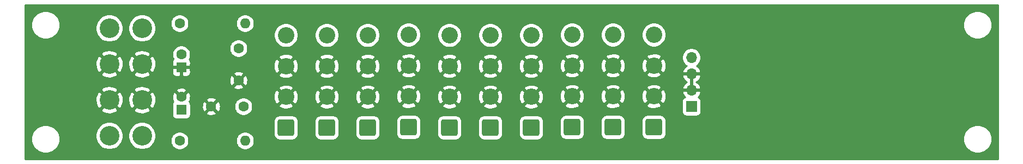
<source format=gbl>
%TF.GenerationSoftware,KiCad,Pcbnew,(5.1.8-0-10_14)*%
%TF.CreationDate,2021-01-31T16:02:45+00:00*%
%TF.ProjectId,cgs-power-distrib,6367732d-706f-4776-9572-2d6469737472,v01*%
%TF.SameCoordinates,Original*%
%TF.FileFunction,Copper,L2,Bot*%
%TF.FilePolarity,Positive*%
%FSLAX46Y46*%
G04 Gerber Fmt 4.6, Leading zero omitted, Abs format (unit mm)*
G04 Created by KiCad (PCBNEW (5.1.8-0-10_14)) date 2021-01-31 16:02:45*
%MOMM*%
%LPD*%
G01*
G04 APERTURE LIST*
%TA.AperFunction,ComponentPad*%
%ADD10C,2.550000*%
%TD*%
%TA.AperFunction,ComponentPad*%
%ADD11R,1.600000X1.600000*%
%TD*%
%TA.AperFunction,ComponentPad*%
%ADD12C,1.600000*%
%TD*%
%TA.AperFunction,ComponentPad*%
%ADD13C,3.048000*%
%TD*%
%TA.AperFunction,ComponentPad*%
%ADD14O,1.600000X1.600000*%
%TD*%
%TA.AperFunction,ComponentPad*%
%ADD15R,1.700000X1.700000*%
%TD*%
%TA.AperFunction,ComponentPad*%
%ADD16O,1.700000X1.700000*%
%TD*%
%TA.AperFunction,Conductor*%
%ADD17C,0.254000*%
%TD*%
%TA.AperFunction,Conductor*%
%ADD18C,0.100000*%
%TD*%
G04 APERTURE END LIST*
%TO.P,J4,1*%
%TO.N,+12V*%
%TA.AperFunction,ComponentPad*%
G36*
G01*
X150123001Y-97287000D02*
X148072999Y-97287000D01*
G75*
G02*
X147823000Y-97037001I0J249999D01*
G01*
X147823000Y-94986999D01*
G75*
G02*
X148072999Y-94737000I249999J0D01*
G01*
X150123001Y-94737000D01*
G75*
G02*
X150373000Y-94986999I0J-249999D01*
G01*
X150373000Y-97037001D01*
G75*
G02*
X150123001Y-97287000I-249999J0D01*
G01*
G37*
%TD.AperFunction*%
D10*
%TO.P,J4,2*%
%TO.N,GNDREF*%
X149098000Y-91212000D03*
%TO.P,J4,3*%
X149098000Y-86412000D03*
%TO.P,J4,4*%
%TO.N,-12V*%
X149098000Y-81612000D03*
%TD*%
%TO.P,J9,1*%
%TO.N,+12V*%
%TA.AperFunction,ComponentPad*%
G36*
G01*
X143773001Y-97287000D02*
X141722999Y-97287000D01*
G75*
G02*
X141473000Y-97037001I0J249999D01*
G01*
X141473000Y-94986999D01*
G75*
G02*
X141722999Y-94737000I249999J0D01*
G01*
X143773001Y-94737000D01*
G75*
G02*
X144023000Y-94986999I0J-249999D01*
G01*
X144023000Y-97037001D01*
G75*
G02*
X143773001Y-97287000I-249999J0D01*
G01*
G37*
%TD.AperFunction*%
%TO.P,J9,2*%
%TO.N,GNDREF*%
X142748000Y-91212000D03*
%TO.P,J9,3*%
X142748000Y-86412000D03*
%TO.P,J9,4*%
%TO.N,-12V*%
X142748000Y-81612000D03*
%TD*%
%TO.P,J2,1*%
%TO.N,+12V*%
%TA.AperFunction,ComponentPad*%
G36*
G01*
X194573001Y-97209000D02*
X192522999Y-97209000D01*
G75*
G02*
X192273000Y-96959001I0J249999D01*
G01*
X192273000Y-94908999D01*
G75*
G02*
X192522999Y-94659000I249999J0D01*
G01*
X194573001Y-94659000D01*
G75*
G02*
X194823000Y-94908999I0J-249999D01*
G01*
X194823000Y-96959001D01*
G75*
G02*
X194573001Y-97209000I-249999J0D01*
G01*
G37*
%TD.AperFunction*%
%TO.P,J2,2*%
%TO.N,GNDREF*%
X193548000Y-91134000D03*
%TO.P,J2,3*%
X193548000Y-86334000D03*
%TO.P,J2,4*%
%TO.N,-12V*%
X193548000Y-81534000D03*
%TD*%
%TO.P,J3,1*%
%TO.N,+12V*%
%TA.AperFunction,ComponentPad*%
G36*
G01*
X156473001Y-97287000D02*
X154422999Y-97287000D01*
G75*
G02*
X154173000Y-97037001I0J249999D01*
G01*
X154173000Y-94986999D01*
G75*
G02*
X154422999Y-94737000I249999J0D01*
G01*
X156473001Y-94737000D01*
G75*
G02*
X156723000Y-94986999I0J-249999D01*
G01*
X156723000Y-97037001D01*
G75*
G02*
X156473001Y-97287000I-249999J0D01*
G01*
G37*
%TD.AperFunction*%
%TO.P,J3,2*%
%TO.N,GNDREF*%
X155448000Y-91212000D03*
%TO.P,J3,3*%
X155448000Y-86412000D03*
%TO.P,J3,4*%
%TO.N,-12V*%
X155448000Y-81612000D03*
%TD*%
%TO.P,J5,1*%
%TO.N,+12V*%
%TA.AperFunction,ComponentPad*%
G36*
G01*
X162823001Y-97209000D02*
X160772999Y-97209000D01*
G75*
G02*
X160523000Y-96959001I0J249999D01*
G01*
X160523000Y-94908999D01*
G75*
G02*
X160772999Y-94659000I249999J0D01*
G01*
X162823001Y-94659000D01*
G75*
G02*
X163073000Y-94908999I0J-249999D01*
G01*
X163073000Y-96959001D01*
G75*
G02*
X162823001Y-97209000I-249999J0D01*
G01*
G37*
%TD.AperFunction*%
%TO.P,J5,2*%
%TO.N,GNDREF*%
X161798000Y-91134000D03*
%TO.P,J5,3*%
X161798000Y-86334000D03*
%TO.P,J5,4*%
%TO.N,-12V*%
X161798000Y-81534000D03*
%TD*%
%TO.P,J6,1*%
%TO.N,+12V*%
%TA.AperFunction,ComponentPad*%
G36*
G01*
X169173001Y-97287000D02*
X167122999Y-97287000D01*
G75*
G02*
X166873000Y-97037001I0J249999D01*
G01*
X166873000Y-94986999D01*
G75*
G02*
X167122999Y-94737000I249999J0D01*
G01*
X169173001Y-94737000D01*
G75*
G02*
X169423000Y-94986999I0J-249999D01*
G01*
X169423000Y-97037001D01*
G75*
G02*
X169173001Y-97287000I-249999J0D01*
G01*
G37*
%TD.AperFunction*%
%TO.P,J6,2*%
%TO.N,GNDREF*%
X168148000Y-91212000D03*
%TO.P,J6,3*%
X168148000Y-86412000D03*
%TO.P,J6,4*%
%TO.N,-12V*%
X168148000Y-81612000D03*
%TD*%
%TO.P,J7,1*%
%TO.N,+12V*%
%TA.AperFunction,ComponentPad*%
G36*
G01*
X200923001Y-97209000D02*
X198872999Y-97209000D01*
G75*
G02*
X198623000Y-96959001I0J249999D01*
G01*
X198623000Y-94908999D01*
G75*
G02*
X198872999Y-94659000I249999J0D01*
G01*
X200923001Y-94659000D01*
G75*
G02*
X201173000Y-94908999I0J-249999D01*
G01*
X201173000Y-96959001D01*
G75*
G02*
X200923001Y-97209000I-249999J0D01*
G01*
G37*
%TD.AperFunction*%
%TO.P,J7,2*%
%TO.N,GNDREF*%
X199898000Y-91134000D03*
%TO.P,J7,3*%
X199898000Y-86334000D03*
%TO.P,J7,4*%
%TO.N,-12V*%
X199898000Y-81534000D03*
%TD*%
%TO.P,J8,1*%
%TO.N,+12V*%
%TA.AperFunction,ComponentPad*%
G36*
G01*
X175523001Y-97287000D02*
X173472999Y-97287000D01*
G75*
G02*
X173223000Y-97037001I0J249999D01*
G01*
X173223000Y-94986999D01*
G75*
G02*
X173472999Y-94737000I249999J0D01*
G01*
X175523001Y-94737000D01*
G75*
G02*
X175773000Y-94986999I0J-249999D01*
G01*
X175773000Y-97037001D01*
G75*
G02*
X175523001Y-97287000I-249999J0D01*
G01*
G37*
%TD.AperFunction*%
%TO.P,J8,2*%
%TO.N,GNDREF*%
X174498000Y-91212000D03*
%TO.P,J8,3*%
X174498000Y-86412000D03*
%TO.P,J8,4*%
%TO.N,-12V*%
X174498000Y-81612000D03*
%TD*%
%TO.P,J10,1*%
%TO.N,+12V*%
%TA.AperFunction,ComponentPad*%
G36*
G01*
X181873001Y-97287000D02*
X179822999Y-97287000D01*
G75*
G02*
X179573000Y-97037001I0J249999D01*
G01*
X179573000Y-94986999D01*
G75*
G02*
X179822999Y-94737000I249999J0D01*
G01*
X181873001Y-94737000D01*
G75*
G02*
X182123000Y-94986999I0J-249999D01*
G01*
X182123000Y-97037001D01*
G75*
G02*
X181873001Y-97287000I-249999J0D01*
G01*
G37*
%TD.AperFunction*%
%TO.P,J10,2*%
%TO.N,GNDREF*%
X180848000Y-91212000D03*
%TO.P,J10,3*%
X180848000Y-86412000D03*
%TO.P,J10,4*%
%TO.N,-12V*%
X180848000Y-81612000D03*
%TD*%
%TO.P,J11,1*%
%TO.N,+12V*%
%TA.AperFunction,ComponentPad*%
G36*
G01*
X188223001Y-97209000D02*
X186172999Y-97209000D01*
G75*
G02*
X185923000Y-96959001I0J249999D01*
G01*
X185923000Y-94908999D01*
G75*
G02*
X186172999Y-94659000I249999J0D01*
G01*
X188223001Y-94659000D01*
G75*
G02*
X188473000Y-94908999I0J-249999D01*
G01*
X188473000Y-96959001D01*
G75*
G02*
X188223001Y-97209000I-249999J0D01*
G01*
G37*
%TD.AperFunction*%
%TO.P,J11,2*%
%TO.N,GNDREF*%
X187198000Y-91134000D03*
%TO.P,J11,3*%
X187198000Y-86334000D03*
%TO.P,J11,4*%
%TO.N,-12V*%
X187198000Y-81534000D03*
%TD*%
D11*
%TO.P,C1,1*%
%TO.N,+12V*%
X126492000Y-93218000D03*
D12*
%TO.P,C1,2*%
%TO.N,GNDREF*%
X126492000Y-91218000D03*
%TD*%
%TO.P,C2,2*%
%TO.N,-12V*%
X126492000Y-84614000D03*
D11*
%TO.P,C2,1*%
%TO.N,GNDREF*%
X126492000Y-86614000D03*
%TD*%
D12*
%TO.P,C3,1*%
%TO.N,+12V*%
X136144000Y-92710000D03*
%TO.P,C3,2*%
%TO.N,GNDREF*%
X131144000Y-92710000D03*
%TD*%
%TO.P,C4,2*%
%TO.N,-12V*%
X135382000Y-83646000D03*
%TO.P,C4,1*%
%TO.N,GNDREF*%
X135382000Y-88646000D03*
%TD*%
D13*
%TO.P,J1,2*%
%TO.N,GNDREF*%
X120396000Y-91694000D03*
X115316000Y-91694000D03*
%TO.P,J1,1*%
%TO.N,Net-(J1-Pad1)*%
X115316000Y-97282000D03*
X120396000Y-97282000D03*
%TO.P,J1,3*%
%TO.N,GNDREF*%
X120396000Y-86106000D03*
%TO.P,J1,4*%
%TO.N,Net-(J1-Pad4)*%
X115316000Y-80518000D03*
X120396000Y-80518000D03*
%TO.P,J1,3*%
%TO.N,GNDREF*%
X115316000Y-86106000D03*
%TD*%
D12*
%TO.P,L1,1*%
%TO.N,Net-(J1-Pad1)*%
X126238000Y-98044000D03*
D14*
%TO.P,L1,2*%
%TO.N,+12V*%
X136398000Y-98044000D03*
%TD*%
%TO.P,L2,2*%
%TO.N,-12V*%
X136398000Y-79756000D03*
D12*
%TO.P,L2,1*%
%TO.N,Net-(J1-Pad4)*%
X126238000Y-79756000D03*
%TD*%
D15*
%TO.P,J12,1*%
%TO.N,+12V*%
X205740000Y-92710000D03*
D16*
%TO.P,J12,2*%
%TO.N,GNDREF*%
X205740000Y-90170000D03*
%TO.P,J12,3*%
X205740000Y-87630000D03*
%TO.P,J12,4*%
%TO.N,-12V*%
X205740000Y-85090000D03*
%TD*%
D17*
%TO.N,GNDREF*%
X253352301Y-100952300D02*
X102247700Y-100952300D01*
X102247700Y-97569872D01*
X103175000Y-97569872D01*
X103175000Y-98010128D01*
X103260890Y-98441925D01*
X103429369Y-98848669D01*
X103673962Y-99214729D01*
X103985271Y-99526038D01*
X104351331Y-99770631D01*
X104758075Y-99939110D01*
X105189872Y-100025000D01*
X105630128Y-100025000D01*
X106061925Y-99939110D01*
X106468669Y-99770631D01*
X106834729Y-99526038D01*
X107146038Y-99214729D01*
X107390631Y-98848669D01*
X107559110Y-98441925D01*
X107645000Y-98010128D01*
X107645000Y-97569872D01*
X107559110Y-97138075D01*
X107530647Y-97069357D01*
X113157000Y-97069357D01*
X113157000Y-97494643D01*
X113239970Y-97911757D01*
X113402719Y-98304670D01*
X113638996Y-98658282D01*
X113939718Y-98959004D01*
X114293330Y-99195281D01*
X114686243Y-99358030D01*
X115103357Y-99441000D01*
X115528643Y-99441000D01*
X115945757Y-99358030D01*
X116338670Y-99195281D01*
X116692282Y-98959004D01*
X116993004Y-98658282D01*
X117229281Y-98304670D01*
X117392030Y-97911757D01*
X117475000Y-97494643D01*
X117475000Y-97069357D01*
X118237000Y-97069357D01*
X118237000Y-97494643D01*
X118319970Y-97911757D01*
X118482719Y-98304670D01*
X118718996Y-98658282D01*
X119019718Y-98959004D01*
X119373330Y-99195281D01*
X119766243Y-99358030D01*
X120183357Y-99441000D01*
X120608643Y-99441000D01*
X121025757Y-99358030D01*
X121418670Y-99195281D01*
X121772282Y-98959004D01*
X122073004Y-98658282D01*
X122309281Y-98304670D01*
X122472030Y-97911757D01*
X122473838Y-97902665D01*
X124803000Y-97902665D01*
X124803000Y-98185335D01*
X124858147Y-98462574D01*
X124966320Y-98723727D01*
X125123363Y-98958759D01*
X125323241Y-99158637D01*
X125558273Y-99315680D01*
X125819426Y-99423853D01*
X126096665Y-99479000D01*
X126379335Y-99479000D01*
X126656574Y-99423853D01*
X126917727Y-99315680D01*
X127152759Y-99158637D01*
X127352637Y-98958759D01*
X127509680Y-98723727D01*
X127617853Y-98462574D01*
X127673000Y-98185335D01*
X127673000Y-97902665D01*
X134963000Y-97902665D01*
X134963000Y-98185335D01*
X135018147Y-98462574D01*
X135126320Y-98723727D01*
X135283363Y-98958759D01*
X135483241Y-99158637D01*
X135718273Y-99315680D01*
X135979426Y-99423853D01*
X136256665Y-99479000D01*
X136539335Y-99479000D01*
X136816574Y-99423853D01*
X137077727Y-99315680D01*
X137312759Y-99158637D01*
X137512637Y-98958759D01*
X137669680Y-98723727D01*
X137777853Y-98462574D01*
X137833000Y-98185335D01*
X137833000Y-97902665D01*
X137777853Y-97625426D01*
X137669680Y-97364273D01*
X137512637Y-97129241D01*
X137312759Y-96929363D01*
X137077727Y-96772320D01*
X136816574Y-96664147D01*
X136539335Y-96609000D01*
X136256665Y-96609000D01*
X135979426Y-96664147D01*
X135718273Y-96772320D01*
X135483241Y-96929363D01*
X135283363Y-97129241D01*
X135126320Y-97364273D01*
X135018147Y-97625426D01*
X134963000Y-97902665D01*
X127673000Y-97902665D01*
X127617853Y-97625426D01*
X127509680Y-97364273D01*
X127352637Y-97129241D01*
X127152759Y-96929363D01*
X126917727Y-96772320D01*
X126656574Y-96664147D01*
X126379335Y-96609000D01*
X126096665Y-96609000D01*
X125819426Y-96664147D01*
X125558273Y-96772320D01*
X125323241Y-96929363D01*
X125123363Y-97129241D01*
X124966320Y-97364273D01*
X124858147Y-97625426D01*
X124803000Y-97902665D01*
X122473838Y-97902665D01*
X122555000Y-97494643D01*
X122555000Y-97069357D01*
X122472030Y-96652243D01*
X122309281Y-96259330D01*
X122073004Y-95905718D01*
X121772282Y-95604996D01*
X121418670Y-95368719D01*
X121025757Y-95205970D01*
X120608643Y-95123000D01*
X120183357Y-95123000D01*
X119766243Y-95205970D01*
X119373330Y-95368719D01*
X119019718Y-95604996D01*
X118718996Y-95905718D01*
X118482719Y-96259330D01*
X118319970Y-96652243D01*
X118237000Y-97069357D01*
X117475000Y-97069357D01*
X117392030Y-96652243D01*
X117229281Y-96259330D01*
X116993004Y-95905718D01*
X116692282Y-95604996D01*
X116338670Y-95368719D01*
X115945757Y-95205970D01*
X115528643Y-95123000D01*
X115103357Y-95123000D01*
X114686243Y-95205970D01*
X114293330Y-95368719D01*
X113939718Y-95604996D01*
X113638996Y-95905718D01*
X113402719Y-96259330D01*
X113239970Y-96652243D01*
X113157000Y-97069357D01*
X107530647Y-97069357D01*
X107390631Y-96731331D01*
X107146038Y-96365271D01*
X106834729Y-96053962D01*
X106468669Y-95809369D01*
X106061925Y-95640890D01*
X105630128Y-95555000D01*
X105189872Y-95555000D01*
X104758075Y-95640890D01*
X104351331Y-95809369D01*
X103985271Y-96053962D01*
X103673962Y-96365271D01*
X103429369Y-96731331D01*
X103260890Y-97138075D01*
X103175000Y-97569872D01*
X102247700Y-97569872D01*
X102247700Y-94986999D01*
X140834928Y-94986999D01*
X140834928Y-97037001D01*
X140851992Y-97210255D01*
X140902528Y-97376851D01*
X140984595Y-97530387D01*
X141095038Y-97664962D01*
X141229613Y-97775405D01*
X141383149Y-97857472D01*
X141549745Y-97908008D01*
X141722999Y-97925072D01*
X143773001Y-97925072D01*
X143946255Y-97908008D01*
X144112851Y-97857472D01*
X144266387Y-97775405D01*
X144400962Y-97664962D01*
X144511405Y-97530387D01*
X144593472Y-97376851D01*
X144644008Y-97210255D01*
X144661072Y-97037001D01*
X144661072Y-94986999D01*
X147184928Y-94986999D01*
X147184928Y-97037001D01*
X147201992Y-97210255D01*
X147252528Y-97376851D01*
X147334595Y-97530387D01*
X147445038Y-97664962D01*
X147579613Y-97775405D01*
X147733149Y-97857472D01*
X147899745Y-97908008D01*
X148072999Y-97925072D01*
X150123001Y-97925072D01*
X150296255Y-97908008D01*
X150462851Y-97857472D01*
X150616387Y-97775405D01*
X150750962Y-97664962D01*
X150861405Y-97530387D01*
X150943472Y-97376851D01*
X150994008Y-97210255D01*
X151011072Y-97037001D01*
X151011072Y-94986999D01*
X153534928Y-94986999D01*
X153534928Y-97037001D01*
X153551992Y-97210255D01*
X153602528Y-97376851D01*
X153684595Y-97530387D01*
X153795038Y-97664962D01*
X153929613Y-97775405D01*
X154083149Y-97857472D01*
X154249745Y-97908008D01*
X154422999Y-97925072D01*
X156473001Y-97925072D01*
X156646255Y-97908008D01*
X156812851Y-97857472D01*
X156966387Y-97775405D01*
X157100962Y-97664962D01*
X157211405Y-97530387D01*
X157293472Y-97376851D01*
X157344008Y-97210255D01*
X157361072Y-97037001D01*
X157361072Y-94986999D01*
X157353390Y-94908999D01*
X159884928Y-94908999D01*
X159884928Y-96959001D01*
X159901992Y-97132255D01*
X159952528Y-97298851D01*
X160034595Y-97452387D01*
X160145038Y-97586962D01*
X160279613Y-97697405D01*
X160433149Y-97779472D01*
X160599745Y-97830008D01*
X160772999Y-97847072D01*
X162823001Y-97847072D01*
X162996255Y-97830008D01*
X163162851Y-97779472D01*
X163316387Y-97697405D01*
X163450962Y-97586962D01*
X163561405Y-97452387D01*
X163643472Y-97298851D01*
X163694008Y-97132255D01*
X163711072Y-96959001D01*
X163711072Y-94986999D01*
X166234928Y-94986999D01*
X166234928Y-97037001D01*
X166251992Y-97210255D01*
X166302528Y-97376851D01*
X166384595Y-97530387D01*
X166495038Y-97664962D01*
X166629613Y-97775405D01*
X166783149Y-97857472D01*
X166949745Y-97908008D01*
X167122999Y-97925072D01*
X169173001Y-97925072D01*
X169346255Y-97908008D01*
X169512851Y-97857472D01*
X169666387Y-97775405D01*
X169800962Y-97664962D01*
X169911405Y-97530387D01*
X169993472Y-97376851D01*
X170044008Y-97210255D01*
X170061072Y-97037001D01*
X170061072Y-94986999D01*
X172584928Y-94986999D01*
X172584928Y-97037001D01*
X172601992Y-97210255D01*
X172652528Y-97376851D01*
X172734595Y-97530387D01*
X172845038Y-97664962D01*
X172979613Y-97775405D01*
X173133149Y-97857472D01*
X173299745Y-97908008D01*
X173472999Y-97925072D01*
X175523001Y-97925072D01*
X175696255Y-97908008D01*
X175862851Y-97857472D01*
X176016387Y-97775405D01*
X176150962Y-97664962D01*
X176261405Y-97530387D01*
X176343472Y-97376851D01*
X176394008Y-97210255D01*
X176411072Y-97037001D01*
X176411072Y-94986999D01*
X178934928Y-94986999D01*
X178934928Y-97037001D01*
X178951992Y-97210255D01*
X179002528Y-97376851D01*
X179084595Y-97530387D01*
X179195038Y-97664962D01*
X179329613Y-97775405D01*
X179483149Y-97857472D01*
X179649745Y-97908008D01*
X179822999Y-97925072D01*
X181873001Y-97925072D01*
X182046255Y-97908008D01*
X182212851Y-97857472D01*
X182366387Y-97775405D01*
X182500962Y-97664962D01*
X182611405Y-97530387D01*
X182693472Y-97376851D01*
X182744008Y-97210255D01*
X182761072Y-97037001D01*
X182761072Y-94986999D01*
X182753390Y-94908999D01*
X185284928Y-94908999D01*
X185284928Y-96959001D01*
X185301992Y-97132255D01*
X185352528Y-97298851D01*
X185434595Y-97452387D01*
X185545038Y-97586962D01*
X185679613Y-97697405D01*
X185833149Y-97779472D01*
X185999745Y-97830008D01*
X186172999Y-97847072D01*
X188223001Y-97847072D01*
X188396255Y-97830008D01*
X188562851Y-97779472D01*
X188716387Y-97697405D01*
X188850962Y-97586962D01*
X188961405Y-97452387D01*
X189043472Y-97298851D01*
X189094008Y-97132255D01*
X189111072Y-96959001D01*
X189111072Y-94908999D01*
X191634928Y-94908999D01*
X191634928Y-96959001D01*
X191651992Y-97132255D01*
X191702528Y-97298851D01*
X191784595Y-97452387D01*
X191895038Y-97586962D01*
X192029613Y-97697405D01*
X192183149Y-97779472D01*
X192349745Y-97830008D01*
X192522999Y-97847072D01*
X194573001Y-97847072D01*
X194746255Y-97830008D01*
X194912851Y-97779472D01*
X195066387Y-97697405D01*
X195200962Y-97586962D01*
X195311405Y-97452387D01*
X195393472Y-97298851D01*
X195444008Y-97132255D01*
X195461072Y-96959001D01*
X195461072Y-94908999D01*
X197984928Y-94908999D01*
X197984928Y-96959001D01*
X198001992Y-97132255D01*
X198052528Y-97298851D01*
X198134595Y-97452387D01*
X198245038Y-97586962D01*
X198379613Y-97697405D01*
X198533149Y-97779472D01*
X198699745Y-97830008D01*
X198872999Y-97847072D01*
X200923001Y-97847072D01*
X201096255Y-97830008D01*
X201262851Y-97779472D01*
X201416387Y-97697405D01*
X201550962Y-97586962D01*
X201564987Y-97569872D01*
X247955000Y-97569872D01*
X247955000Y-98010128D01*
X248040890Y-98441925D01*
X248209369Y-98848669D01*
X248453962Y-99214729D01*
X248765271Y-99526038D01*
X249131331Y-99770631D01*
X249538075Y-99939110D01*
X249969872Y-100025000D01*
X250410128Y-100025000D01*
X250841925Y-99939110D01*
X251248669Y-99770631D01*
X251614729Y-99526038D01*
X251926038Y-99214729D01*
X252170631Y-98848669D01*
X252339110Y-98441925D01*
X252425000Y-98010128D01*
X252425000Y-97569872D01*
X252339110Y-97138075D01*
X252170631Y-96731331D01*
X251926038Y-96365271D01*
X251614729Y-96053962D01*
X251248669Y-95809369D01*
X250841925Y-95640890D01*
X250410128Y-95555000D01*
X249969872Y-95555000D01*
X249538075Y-95640890D01*
X249131331Y-95809369D01*
X248765271Y-96053962D01*
X248453962Y-96365271D01*
X248209369Y-96731331D01*
X248040890Y-97138075D01*
X247955000Y-97569872D01*
X201564987Y-97569872D01*
X201661405Y-97452387D01*
X201743472Y-97298851D01*
X201794008Y-97132255D01*
X201811072Y-96959001D01*
X201811072Y-94908999D01*
X201794008Y-94735745D01*
X201743472Y-94569149D01*
X201661405Y-94415613D01*
X201550962Y-94281038D01*
X201416387Y-94170595D01*
X201262851Y-94088528D01*
X201096255Y-94037992D01*
X200923001Y-94020928D01*
X198872999Y-94020928D01*
X198699745Y-94037992D01*
X198533149Y-94088528D01*
X198379613Y-94170595D01*
X198245038Y-94281038D01*
X198134595Y-94415613D01*
X198052528Y-94569149D01*
X198001992Y-94735745D01*
X197984928Y-94908999D01*
X195461072Y-94908999D01*
X195444008Y-94735745D01*
X195393472Y-94569149D01*
X195311405Y-94415613D01*
X195200962Y-94281038D01*
X195066387Y-94170595D01*
X194912851Y-94088528D01*
X194746255Y-94037992D01*
X194573001Y-94020928D01*
X192522999Y-94020928D01*
X192349745Y-94037992D01*
X192183149Y-94088528D01*
X192029613Y-94170595D01*
X191895038Y-94281038D01*
X191784595Y-94415613D01*
X191702528Y-94569149D01*
X191651992Y-94735745D01*
X191634928Y-94908999D01*
X189111072Y-94908999D01*
X189094008Y-94735745D01*
X189043472Y-94569149D01*
X188961405Y-94415613D01*
X188850962Y-94281038D01*
X188716387Y-94170595D01*
X188562851Y-94088528D01*
X188396255Y-94037992D01*
X188223001Y-94020928D01*
X186172999Y-94020928D01*
X185999745Y-94037992D01*
X185833149Y-94088528D01*
X185679613Y-94170595D01*
X185545038Y-94281038D01*
X185434595Y-94415613D01*
X185352528Y-94569149D01*
X185301992Y-94735745D01*
X185284928Y-94908999D01*
X182753390Y-94908999D01*
X182744008Y-94813745D01*
X182693472Y-94647149D01*
X182611405Y-94493613D01*
X182500962Y-94359038D01*
X182366387Y-94248595D01*
X182212851Y-94166528D01*
X182046255Y-94115992D01*
X181873001Y-94098928D01*
X179822999Y-94098928D01*
X179649745Y-94115992D01*
X179483149Y-94166528D01*
X179329613Y-94248595D01*
X179195038Y-94359038D01*
X179084595Y-94493613D01*
X179002528Y-94647149D01*
X178951992Y-94813745D01*
X178934928Y-94986999D01*
X176411072Y-94986999D01*
X176394008Y-94813745D01*
X176343472Y-94647149D01*
X176261405Y-94493613D01*
X176150962Y-94359038D01*
X176016387Y-94248595D01*
X175862851Y-94166528D01*
X175696255Y-94115992D01*
X175523001Y-94098928D01*
X173472999Y-94098928D01*
X173299745Y-94115992D01*
X173133149Y-94166528D01*
X172979613Y-94248595D01*
X172845038Y-94359038D01*
X172734595Y-94493613D01*
X172652528Y-94647149D01*
X172601992Y-94813745D01*
X172584928Y-94986999D01*
X170061072Y-94986999D01*
X170044008Y-94813745D01*
X169993472Y-94647149D01*
X169911405Y-94493613D01*
X169800962Y-94359038D01*
X169666387Y-94248595D01*
X169512851Y-94166528D01*
X169346255Y-94115992D01*
X169173001Y-94098928D01*
X167122999Y-94098928D01*
X166949745Y-94115992D01*
X166783149Y-94166528D01*
X166629613Y-94248595D01*
X166495038Y-94359038D01*
X166384595Y-94493613D01*
X166302528Y-94647149D01*
X166251992Y-94813745D01*
X166234928Y-94986999D01*
X163711072Y-94986999D01*
X163711072Y-94908999D01*
X163694008Y-94735745D01*
X163643472Y-94569149D01*
X163561405Y-94415613D01*
X163450962Y-94281038D01*
X163316387Y-94170595D01*
X163162851Y-94088528D01*
X162996255Y-94037992D01*
X162823001Y-94020928D01*
X160772999Y-94020928D01*
X160599745Y-94037992D01*
X160433149Y-94088528D01*
X160279613Y-94170595D01*
X160145038Y-94281038D01*
X160034595Y-94415613D01*
X159952528Y-94569149D01*
X159901992Y-94735745D01*
X159884928Y-94908999D01*
X157353390Y-94908999D01*
X157344008Y-94813745D01*
X157293472Y-94647149D01*
X157211405Y-94493613D01*
X157100962Y-94359038D01*
X156966387Y-94248595D01*
X156812851Y-94166528D01*
X156646255Y-94115992D01*
X156473001Y-94098928D01*
X154422999Y-94098928D01*
X154249745Y-94115992D01*
X154083149Y-94166528D01*
X153929613Y-94248595D01*
X153795038Y-94359038D01*
X153684595Y-94493613D01*
X153602528Y-94647149D01*
X153551992Y-94813745D01*
X153534928Y-94986999D01*
X151011072Y-94986999D01*
X150994008Y-94813745D01*
X150943472Y-94647149D01*
X150861405Y-94493613D01*
X150750962Y-94359038D01*
X150616387Y-94248595D01*
X150462851Y-94166528D01*
X150296255Y-94115992D01*
X150123001Y-94098928D01*
X148072999Y-94098928D01*
X147899745Y-94115992D01*
X147733149Y-94166528D01*
X147579613Y-94248595D01*
X147445038Y-94359038D01*
X147334595Y-94493613D01*
X147252528Y-94647149D01*
X147201992Y-94813745D01*
X147184928Y-94986999D01*
X144661072Y-94986999D01*
X144644008Y-94813745D01*
X144593472Y-94647149D01*
X144511405Y-94493613D01*
X144400962Y-94359038D01*
X144266387Y-94248595D01*
X144112851Y-94166528D01*
X143946255Y-94115992D01*
X143773001Y-94098928D01*
X141722999Y-94098928D01*
X141549745Y-94115992D01*
X141383149Y-94166528D01*
X141229613Y-94248595D01*
X141095038Y-94359038D01*
X140984595Y-94493613D01*
X140902528Y-94647149D01*
X140851992Y-94813745D01*
X140834928Y-94986999D01*
X102247700Y-94986999D01*
X102247700Y-93202740D01*
X113986865Y-93202740D01*
X114145764Y-93520758D01*
X114524632Y-93713959D01*
X114933913Y-93829534D01*
X115357876Y-93863042D01*
X115780230Y-93813194D01*
X116184744Y-93681908D01*
X116486236Y-93520758D01*
X116645135Y-93202740D01*
X119066865Y-93202740D01*
X119225764Y-93520758D01*
X119604632Y-93713959D01*
X120013913Y-93829534D01*
X120437876Y-93863042D01*
X120860230Y-93813194D01*
X121264744Y-93681908D01*
X121566236Y-93520758D01*
X121725135Y-93202740D01*
X120396000Y-91873605D01*
X119066865Y-93202740D01*
X116645135Y-93202740D01*
X115316000Y-91873605D01*
X113986865Y-93202740D01*
X102247700Y-93202740D01*
X102247700Y-91735876D01*
X113146958Y-91735876D01*
X113196806Y-92158230D01*
X113328092Y-92562744D01*
X113489242Y-92864236D01*
X113807260Y-93023135D01*
X115136395Y-91694000D01*
X115495605Y-91694000D01*
X116824740Y-93023135D01*
X117142758Y-92864236D01*
X117335959Y-92485368D01*
X117451534Y-92076087D01*
X117478422Y-91735876D01*
X118226958Y-91735876D01*
X118276806Y-92158230D01*
X118408092Y-92562744D01*
X118569242Y-92864236D01*
X118887260Y-93023135D01*
X120216395Y-91694000D01*
X120575605Y-91694000D01*
X121904740Y-93023135D01*
X122222758Y-92864236D01*
X122415959Y-92485368D01*
X122531534Y-92076087D01*
X122565042Y-91652124D01*
X122522127Y-91288512D01*
X125051783Y-91288512D01*
X125093213Y-91568130D01*
X125188397Y-91834292D01*
X125253616Y-91956309D01*
X125240815Y-91966815D01*
X125161463Y-92063506D01*
X125102498Y-92173820D01*
X125066188Y-92293518D01*
X125053928Y-92418000D01*
X125053928Y-94018000D01*
X125066188Y-94142482D01*
X125102498Y-94262180D01*
X125161463Y-94372494D01*
X125240815Y-94469185D01*
X125337506Y-94548537D01*
X125447820Y-94607502D01*
X125567518Y-94643812D01*
X125692000Y-94656072D01*
X127292000Y-94656072D01*
X127416482Y-94643812D01*
X127536180Y-94607502D01*
X127646494Y-94548537D01*
X127743185Y-94469185D01*
X127822537Y-94372494D01*
X127881502Y-94262180D01*
X127917812Y-94142482D01*
X127930072Y-94018000D01*
X127930072Y-93702702D01*
X130330903Y-93702702D01*
X130402486Y-93946671D01*
X130657996Y-94067571D01*
X130932184Y-94136300D01*
X131214512Y-94150217D01*
X131494130Y-94108787D01*
X131760292Y-94013603D01*
X131885514Y-93946671D01*
X131957097Y-93702702D01*
X131144000Y-92889605D01*
X130330903Y-93702702D01*
X127930072Y-93702702D01*
X127930072Y-92780512D01*
X129703783Y-92780512D01*
X129745213Y-93060130D01*
X129840397Y-93326292D01*
X129907329Y-93451514D01*
X130151298Y-93523097D01*
X130964395Y-92710000D01*
X131323605Y-92710000D01*
X132136702Y-93523097D01*
X132380671Y-93451514D01*
X132501571Y-93196004D01*
X132570300Y-92921816D01*
X132584217Y-92639488D01*
X132573724Y-92568665D01*
X134709000Y-92568665D01*
X134709000Y-92851335D01*
X134764147Y-93128574D01*
X134872320Y-93389727D01*
X135029363Y-93624759D01*
X135229241Y-93824637D01*
X135464273Y-93981680D01*
X135725426Y-94089853D01*
X136002665Y-94145000D01*
X136285335Y-94145000D01*
X136562574Y-94089853D01*
X136823727Y-93981680D01*
X137058759Y-93824637D01*
X137258637Y-93624759D01*
X137415680Y-93389727D01*
X137523853Y-93128574D01*
X137579000Y-92851335D01*
X137579000Y-92568665D01*
X137573978Y-92543415D01*
X141596190Y-92543415D01*
X141725116Y-92835945D01*
X142061586Y-93004296D01*
X142424435Y-93103771D01*
X142799718Y-93130545D01*
X143173015Y-93083591D01*
X143529978Y-92964713D01*
X143770884Y-92835945D01*
X143899810Y-92543415D01*
X147946190Y-92543415D01*
X148075116Y-92835945D01*
X148411586Y-93004296D01*
X148774435Y-93103771D01*
X149149718Y-93130545D01*
X149523015Y-93083591D01*
X149879978Y-92964713D01*
X150120884Y-92835945D01*
X150249810Y-92543415D01*
X154296190Y-92543415D01*
X154425116Y-92835945D01*
X154761586Y-93004296D01*
X155124435Y-93103771D01*
X155499718Y-93130545D01*
X155873015Y-93083591D01*
X156229978Y-92964713D01*
X156470884Y-92835945D01*
X156599810Y-92543415D01*
X156521810Y-92465415D01*
X160646190Y-92465415D01*
X160775116Y-92757945D01*
X161111586Y-92926296D01*
X161474435Y-93025771D01*
X161849718Y-93052545D01*
X162223015Y-93005591D01*
X162579978Y-92886713D01*
X162820884Y-92757945D01*
X162915433Y-92543415D01*
X166996190Y-92543415D01*
X167125116Y-92835945D01*
X167461586Y-93004296D01*
X167824435Y-93103771D01*
X168199718Y-93130545D01*
X168573015Y-93083591D01*
X168929978Y-92964713D01*
X169170884Y-92835945D01*
X169299810Y-92543415D01*
X173346190Y-92543415D01*
X173475116Y-92835945D01*
X173811586Y-93004296D01*
X174174435Y-93103771D01*
X174549718Y-93130545D01*
X174923015Y-93083591D01*
X175279978Y-92964713D01*
X175520884Y-92835945D01*
X175649810Y-92543415D01*
X179696190Y-92543415D01*
X179825116Y-92835945D01*
X180161586Y-93004296D01*
X180524435Y-93103771D01*
X180899718Y-93130545D01*
X181273015Y-93083591D01*
X181629978Y-92964713D01*
X181870884Y-92835945D01*
X181999810Y-92543415D01*
X181921810Y-92465415D01*
X186046190Y-92465415D01*
X186175116Y-92757945D01*
X186511586Y-92926296D01*
X186874435Y-93025771D01*
X187249718Y-93052545D01*
X187623015Y-93005591D01*
X187979978Y-92886713D01*
X188220884Y-92757945D01*
X188349810Y-92465415D01*
X192396190Y-92465415D01*
X192525116Y-92757945D01*
X192861586Y-92926296D01*
X193224435Y-93025771D01*
X193599718Y-93052545D01*
X193973015Y-93005591D01*
X194329978Y-92886713D01*
X194570884Y-92757945D01*
X194699810Y-92465415D01*
X198746190Y-92465415D01*
X198875116Y-92757945D01*
X199211586Y-92926296D01*
X199574435Y-93025771D01*
X199949718Y-93052545D01*
X200323015Y-93005591D01*
X200679978Y-92886713D01*
X200920884Y-92757945D01*
X201049810Y-92465415D01*
X199898000Y-91313605D01*
X198746190Y-92465415D01*
X194699810Y-92465415D01*
X193548000Y-91313605D01*
X192396190Y-92465415D01*
X188349810Y-92465415D01*
X187198000Y-91313605D01*
X186046190Y-92465415D01*
X181921810Y-92465415D01*
X180848000Y-91391605D01*
X179696190Y-92543415D01*
X175649810Y-92543415D01*
X174498000Y-91391605D01*
X173346190Y-92543415D01*
X169299810Y-92543415D01*
X168148000Y-91391605D01*
X166996190Y-92543415D01*
X162915433Y-92543415D01*
X162949810Y-92465415D01*
X161798000Y-91313605D01*
X160646190Y-92465415D01*
X156521810Y-92465415D01*
X155448000Y-91391605D01*
X154296190Y-92543415D01*
X150249810Y-92543415D01*
X149098000Y-91391605D01*
X147946190Y-92543415D01*
X143899810Y-92543415D01*
X142748000Y-91391605D01*
X141596190Y-92543415D01*
X137573978Y-92543415D01*
X137523853Y-92291426D01*
X137415680Y-92030273D01*
X137258637Y-91795241D01*
X137058759Y-91595363D01*
X136823727Y-91438320D01*
X136562574Y-91330147D01*
X136285335Y-91275000D01*
X136002665Y-91275000D01*
X135725426Y-91330147D01*
X135464273Y-91438320D01*
X135229241Y-91595363D01*
X135029363Y-91795241D01*
X134872320Y-92030273D01*
X134764147Y-92291426D01*
X134709000Y-92568665D01*
X132573724Y-92568665D01*
X132542787Y-92359870D01*
X132447603Y-92093708D01*
X132380671Y-91968486D01*
X132136702Y-91896903D01*
X131323605Y-92710000D01*
X130964395Y-92710000D01*
X130151298Y-91896903D01*
X129907329Y-91968486D01*
X129786429Y-92223996D01*
X129717700Y-92498184D01*
X129703783Y-92780512D01*
X127930072Y-92780512D01*
X127930072Y-92418000D01*
X127917812Y-92293518D01*
X127881502Y-92173820D01*
X127822537Y-92063506D01*
X127743185Y-91966815D01*
X127730242Y-91956193D01*
X127843280Y-91717298D01*
X130330903Y-91717298D01*
X131144000Y-92530395D01*
X131957097Y-91717298D01*
X131885514Y-91473329D01*
X131630004Y-91352429D01*
X131355816Y-91283700D01*
X131073488Y-91269783D01*
X130793870Y-91311213D01*
X130527708Y-91406397D01*
X130402486Y-91473329D01*
X130330903Y-91717298D01*
X127843280Y-91717298D01*
X127849571Y-91704004D01*
X127918300Y-91429816D01*
X127926487Y-91263718D01*
X140829455Y-91263718D01*
X140876409Y-91637015D01*
X140995287Y-91993978D01*
X141124055Y-92234884D01*
X141416585Y-92363810D01*
X142568395Y-91212000D01*
X142927605Y-91212000D01*
X144079415Y-92363810D01*
X144371945Y-92234884D01*
X144540296Y-91898414D01*
X144639771Y-91535565D01*
X144659165Y-91263718D01*
X147179455Y-91263718D01*
X147226409Y-91637015D01*
X147345287Y-91993978D01*
X147474055Y-92234884D01*
X147766585Y-92363810D01*
X148918395Y-91212000D01*
X149277605Y-91212000D01*
X150429415Y-92363810D01*
X150721945Y-92234884D01*
X150890296Y-91898414D01*
X150989771Y-91535565D01*
X151009165Y-91263718D01*
X153529455Y-91263718D01*
X153576409Y-91637015D01*
X153695287Y-91993978D01*
X153824055Y-92234884D01*
X154116585Y-92363810D01*
X155268395Y-91212000D01*
X155627605Y-91212000D01*
X156779415Y-92363810D01*
X157071945Y-92234884D01*
X157240296Y-91898414D01*
X157339771Y-91535565D01*
X157364730Y-91185718D01*
X159879455Y-91185718D01*
X159926409Y-91559015D01*
X160045287Y-91915978D01*
X160174055Y-92156884D01*
X160466585Y-92285810D01*
X161618395Y-91134000D01*
X161977605Y-91134000D01*
X163129415Y-92285810D01*
X163421945Y-92156884D01*
X163590296Y-91820414D01*
X163689771Y-91457565D01*
X163703600Y-91263718D01*
X166229455Y-91263718D01*
X166276409Y-91637015D01*
X166395287Y-91993978D01*
X166524055Y-92234884D01*
X166816585Y-92363810D01*
X167968395Y-91212000D01*
X168327605Y-91212000D01*
X169479415Y-92363810D01*
X169771945Y-92234884D01*
X169940296Y-91898414D01*
X170039771Y-91535565D01*
X170059165Y-91263718D01*
X172579455Y-91263718D01*
X172626409Y-91637015D01*
X172745287Y-91993978D01*
X172874055Y-92234884D01*
X173166585Y-92363810D01*
X174318395Y-91212000D01*
X174677605Y-91212000D01*
X175829415Y-92363810D01*
X176121945Y-92234884D01*
X176290296Y-91898414D01*
X176389771Y-91535565D01*
X176409165Y-91263718D01*
X178929455Y-91263718D01*
X178976409Y-91637015D01*
X179095287Y-91993978D01*
X179224055Y-92234884D01*
X179516585Y-92363810D01*
X180668395Y-91212000D01*
X181027605Y-91212000D01*
X182179415Y-92363810D01*
X182471945Y-92234884D01*
X182640296Y-91898414D01*
X182739771Y-91535565D01*
X182764730Y-91185718D01*
X185279455Y-91185718D01*
X185326409Y-91559015D01*
X185445287Y-91915978D01*
X185574055Y-92156884D01*
X185866585Y-92285810D01*
X187018395Y-91134000D01*
X187377605Y-91134000D01*
X188529415Y-92285810D01*
X188821945Y-92156884D01*
X188990296Y-91820414D01*
X189089771Y-91457565D01*
X189109165Y-91185718D01*
X191629455Y-91185718D01*
X191676409Y-91559015D01*
X191795287Y-91915978D01*
X191924055Y-92156884D01*
X192216585Y-92285810D01*
X193368395Y-91134000D01*
X193727605Y-91134000D01*
X194879415Y-92285810D01*
X195171945Y-92156884D01*
X195340296Y-91820414D01*
X195439771Y-91457565D01*
X195459165Y-91185718D01*
X197979455Y-91185718D01*
X198026409Y-91559015D01*
X198145287Y-91915978D01*
X198274055Y-92156884D01*
X198566585Y-92285810D01*
X199718395Y-91134000D01*
X200077605Y-91134000D01*
X201229415Y-92285810D01*
X201521945Y-92156884D01*
X201670489Y-91860000D01*
X204251928Y-91860000D01*
X204251928Y-93560000D01*
X204264188Y-93684482D01*
X204300498Y-93804180D01*
X204359463Y-93914494D01*
X204438815Y-94011185D01*
X204535506Y-94090537D01*
X204645820Y-94149502D01*
X204765518Y-94185812D01*
X204890000Y-94198072D01*
X206590000Y-94198072D01*
X206714482Y-94185812D01*
X206834180Y-94149502D01*
X206944494Y-94090537D01*
X207041185Y-94011185D01*
X207120537Y-93914494D01*
X207179502Y-93804180D01*
X207215812Y-93684482D01*
X207228072Y-93560000D01*
X207228072Y-91860000D01*
X207215812Y-91735518D01*
X207179502Y-91615820D01*
X207120537Y-91505506D01*
X207041185Y-91408815D01*
X206944494Y-91329463D01*
X206834180Y-91270498D01*
X206753534Y-91246034D01*
X206837588Y-91170269D01*
X207011641Y-90936920D01*
X207136825Y-90674099D01*
X207181476Y-90526890D01*
X207060155Y-90297000D01*
X205867000Y-90297000D01*
X205867000Y-90317000D01*
X205613000Y-90317000D01*
X205613000Y-90297000D01*
X204419845Y-90297000D01*
X204298524Y-90526890D01*
X204343175Y-90674099D01*
X204468359Y-90936920D01*
X204642412Y-91170269D01*
X204726466Y-91246034D01*
X204645820Y-91270498D01*
X204535506Y-91329463D01*
X204438815Y-91408815D01*
X204359463Y-91505506D01*
X204300498Y-91615820D01*
X204264188Y-91735518D01*
X204251928Y-91860000D01*
X201670489Y-91860000D01*
X201690296Y-91820414D01*
X201789771Y-91457565D01*
X201816545Y-91082282D01*
X201769591Y-90708985D01*
X201650713Y-90352022D01*
X201521945Y-90111116D01*
X201229415Y-89982190D01*
X200077605Y-91134000D01*
X199718395Y-91134000D01*
X198566585Y-89982190D01*
X198274055Y-90111116D01*
X198105704Y-90447586D01*
X198006229Y-90810435D01*
X197979455Y-91185718D01*
X195459165Y-91185718D01*
X195466545Y-91082282D01*
X195419591Y-90708985D01*
X195300713Y-90352022D01*
X195171945Y-90111116D01*
X194879415Y-89982190D01*
X193727605Y-91134000D01*
X193368395Y-91134000D01*
X192216585Y-89982190D01*
X191924055Y-90111116D01*
X191755704Y-90447586D01*
X191656229Y-90810435D01*
X191629455Y-91185718D01*
X189109165Y-91185718D01*
X189116545Y-91082282D01*
X189069591Y-90708985D01*
X188950713Y-90352022D01*
X188821945Y-90111116D01*
X188529415Y-89982190D01*
X187377605Y-91134000D01*
X187018395Y-91134000D01*
X185866585Y-89982190D01*
X185574055Y-90111116D01*
X185405704Y-90447586D01*
X185306229Y-90810435D01*
X185279455Y-91185718D01*
X182764730Y-91185718D01*
X182766545Y-91160282D01*
X182719591Y-90786985D01*
X182600713Y-90430022D01*
X182471945Y-90189116D01*
X182179415Y-90060190D01*
X181027605Y-91212000D01*
X180668395Y-91212000D01*
X179516585Y-90060190D01*
X179224055Y-90189116D01*
X179055704Y-90525586D01*
X178956229Y-90888435D01*
X178929455Y-91263718D01*
X176409165Y-91263718D01*
X176416545Y-91160282D01*
X176369591Y-90786985D01*
X176250713Y-90430022D01*
X176121945Y-90189116D01*
X175829415Y-90060190D01*
X174677605Y-91212000D01*
X174318395Y-91212000D01*
X173166585Y-90060190D01*
X172874055Y-90189116D01*
X172705704Y-90525586D01*
X172606229Y-90888435D01*
X172579455Y-91263718D01*
X170059165Y-91263718D01*
X170066545Y-91160282D01*
X170019591Y-90786985D01*
X169900713Y-90430022D01*
X169771945Y-90189116D01*
X169479415Y-90060190D01*
X168327605Y-91212000D01*
X167968395Y-91212000D01*
X166816585Y-90060190D01*
X166524055Y-90189116D01*
X166355704Y-90525586D01*
X166256229Y-90888435D01*
X166229455Y-91263718D01*
X163703600Y-91263718D01*
X163716545Y-91082282D01*
X163669591Y-90708985D01*
X163550713Y-90352022D01*
X163421945Y-90111116D01*
X163129415Y-89982190D01*
X161977605Y-91134000D01*
X161618395Y-91134000D01*
X160466585Y-89982190D01*
X160174055Y-90111116D01*
X160005704Y-90447586D01*
X159906229Y-90810435D01*
X159879455Y-91185718D01*
X157364730Y-91185718D01*
X157366545Y-91160282D01*
X157319591Y-90786985D01*
X157200713Y-90430022D01*
X157071945Y-90189116D01*
X156779415Y-90060190D01*
X155627605Y-91212000D01*
X155268395Y-91212000D01*
X154116585Y-90060190D01*
X153824055Y-90189116D01*
X153655704Y-90525586D01*
X153556229Y-90888435D01*
X153529455Y-91263718D01*
X151009165Y-91263718D01*
X151016545Y-91160282D01*
X150969591Y-90786985D01*
X150850713Y-90430022D01*
X150721945Y-90189116D01*
X150429415Y-90060190D01*
X149277605Y-91212000D01*
X148918395Y-91212000D01*
X147766585Y-90060190D01*
X147474055Y-90189116D01*
X147305704Y-90525586D01*
X147206229Y-90888435D01*
X147179455Y-91263718D01*
X144659165Y-91263718D01*
X144666545Y-91160282D01*
X144619591Y-90786985D01*
X144500713Y-90430022D01*
X144371945Y-90189116D01*
X144079415Y-90060190D01*
X142927605Y-91212000D01*
X142568395Y-91212000D01*
X141416585Y-90060190D01*
X141124055Y-90189116D01*
X140955704Y-90525586D01*
X140856229Y-90888435D01*
X140829455Y-91263718D01*
X127926487Y-91263718D01*
X127932217Y-91147488D01*
X127890787Y-90867870D01*
X127795603Y-90601708D01*
X127728671Y-90476486D01*
X127484702Y-90404903D01*
X126671605Y-91218000D01*
X126685748Y-91232143D01*
X126506143Y-91411748D01*
X126492000Y-91397605D01*
X126477858Y-91411748D01*
X126298253Y-91232143D01*
X126312395Y-91218000D01*
X125499298Y-90404903D01*
X125255329Y-90476486D01*
X125134429Y-90731996D01*
X125065700Y-91006184D01*
X125051783Y-91288512D01*
X122522127Y-91288512D01*
X122515194Y-91229770D01*
X122383908Y-90825256D01*
X122222758Y-90523764D01*
X121904740Y-90364865D01*
X120575605Y-91694000D01*
X120216395Y-91694000D01*
X118887260Y-90364865D01*
X118569242Y-90523764D01*
X118376041Y-90902632D01*
X118260466Y-91311913D01*
X118226958Y-91735876D01*
X117478422Y-91735876D01*
X117485042Y-91652124D01*
X117435194Y-91229770D01*
X117303908Y-90825256D01*
X117142758Y-90523764D01*
X116824740Y-90364865D01*
X115495605Y-91694000D01*
X115136395Y-91694000D01*
X113807260Y-90364865D01*
X113489242Y-90523764D01*
X113296041Y-90902632D01*
X113180466Y-91311913D01*
X113146958Y-91735876D01*
X102247700Y-91735876D01*
X102247700Y-90185260D01*
X113986865Y-90185260D01*
X115316000Y-91514395D01*
X116645135Y-90185260D01*
X119066865Y-90185260D01*
X120396000Y-91514395D01*
X121685097Y-90225298D01*
X125678903Y-90225298D01*
X126492000Y-91038395D01*
X127305097Y-90225298D01*
X127233514Y-89981329D01*
X126978004Y-89860429D01*
X126703816Y-89791700D01*
X126421488Y-89777783D01*
X126141870Y-89819213D01*
X125875708Y-89914397D01*
X125750486Y-89981329D01*
X125678903Y-90225298D01*
X121685097Y-90225298D01*
X121725135Y-90185260D01*
X121566236Y-89867242D01*
X121187368Y-89674041D01*
X121062224Y-89638702D01*
X134568903Y-89638702D01*
X134640486Y-89882671D01*
X134895996Y-90003571D01*
X135170184Y-90072300D01*
X135452512Y-90086217D01*
X135732130Y-90044787D01*
X135998292Y-89949603D01*
X136123514Y-89882671D01*
X136124126Y-89880585D01*
X141596190Y-89880585D01*
X142748000Y-91032395D01*
X143899810Y-89880585D01*
X147946190Y-89880585D01*
X149098000Y-91032395D01*
X150249810Y-89880585D01*
X154296190Y-89880585D01*
X155448000Y-91032395D01*
X156599810Y-89880585D01*
X156565434Y-89802585D01*
X160646190Y-89802585D01*
X161798000Y-90954395D01*
X162871810Y-89880585D01*
X166996190Y-89880585D01*
X168148000Y-91032395D01*
X169299810Y-89880585D01*
X173346190Y-89880585D01*
X174498000Y-91032395D01*
X175649810Y-89880585D01*
X179696190Y-89880585D01*
X180848000Y-91032395D01*
X181999810Y-89880585D01*
X181965434Y-89802585D01*
X186046190Y-89802585D01*
X187198000Y-90954395D01*
X188349810Y-89802585D01*
X192396190Y-89802585D01*
X193548000Y-90954395D01*
X194699810Y-89802585D01*
X198746190Y-89802585D01*
X199898000Y-90954395D01*
X201049810Y-89802585D01*
X200920884Y-89510055D01*
X200584414Y-89341704D01*
X200221565Y-89242229D01*
X199846282Y-89215455D01*
X199472985Y-89262409D01*
X199116022Y-89381287D01*
X198875116Y-89510055D01*
X198746190Y-89802585D01*
X194699810Y-89802585D01*
X194570884Y-89510055D01*
X194234414Y-89341704D01*
X193871565Y-89242229D01*
X193496282Y-89215455D01*
X193122985Y-89262409D01*
X192766022Y-89381287D01*
X192525116Y-89510055D01*
X192396190Y-89802585D01*
X188349810Y-89802585D01*
X188220884Y-89510055D01*
X187884414Y-89341704D01*
X187521565Y-89242229D01*
X187146282Y-89215455D01*
X186772985Y-89262409D01*
X186416022Y-89381287D01*
X186175116Y-89510055D01*
X186046190Y-89802585D01*
X181965434Y-89802585D01*
X181870884Y-89588055D01*
X181534414Y-89419704D01*
X181171565Y-89320229D01*
X180796282Y-89293455D01*
X180422985Y-89340409D01*
X180066022Y-89459287D01*
X179825116Y-89588055D01*
X179696190Y-89880585D01*
X175649810Y-89880585D01*
X175520884Y-89588055D01*
X175184414Y-89419704D01*
X174821565Y-89320229D01*
X174446282Y-89293455D01*
X174072985Y-89340409D01*
X173716022Y-89459287D01*
X173475116Y-89588055D01*
X173346190Y-89880585D01*
X169299810Y-89880585D01*
X169170884Y-89588055D01*
X168834414Y-89419704D01*
X168471565Y-89320229D01*
X168096282Y-89293455D01*
X167722985Y-89340409D01*
X167366022Y-89459287D01*
X167125116Y-89588055D01*
X166996190Y-89880585D01*
X162871810Y-89880585D01*
X162949810Y-89802585D01*
X162820884Y-89510055D01*
X162484414Y-89341704D01*
X162121565Y-89242229D01*
X161746282Y-89215455D01*
X161372985Y-89262409D01*
X161016022Y-89381287D01*
X160775116Y-89510055D01*
X160646190Y-89802585D01*
X156565434Y-89802585D01*
X156470884Y-89588055D01*
X156134414Y-89419704D01*
X155771565Y-89320229D01*
X155396282Y-89293455D01*
X155022985Y-89340409D01*
X154666022Y-89459287D01*
X154425116Y-89588055D01*
X154296190Y-89880585D01*
X150249810Y-89880585D01*
X150120884Y-89588055D01*
X149784414Y-89419704D01*
X149421565Y-89320229D01*
X149046282Y-89293455D01*
X148672985Y-89340409D01*
X148316022Y-89459287D01*
X148075116Y-89588055D01*
X147946190Y-89880585D01*
X143899810Y-89880585D01*
X143770884Y-89588055D01*
X143434414Y-89419704D01*
X143071565Y-89320229D01*
X142696282Y-89293455D01*
X142322985Y-89340409D01*
X141966022Y-89459287D01*
X141725116Y-89588055D01*
X141596190Y-89880585D01*
X136124126Y-89880585D01*
X136195097Y-89638702D01*
X135382000Y-88825605D01*
X134568903Y-89638702D01*
X121062224Y-89638702D01*
X120778087Y-89558466D01*
X120354124Y-89524958D01*
X119931770Y-89574806D01*
X119527256Y-89706092D01*
X119225764Y-89867242D01*
X119066865Y-90185260D01*
X116645135Y-90185260D01*
X116486236Y-89867242D01*
X116107368Y-89674041D01*
X115698087Y-89558466D01*
X115274124Y-89524958D01*
X114851770Y-89574806D01*
X114447256Y-89706092D01*
X114145764Y-89867242D01*
X113986865Y-90185260D01*
X102247700Y-90185260D01*
X102247700Y-88716512D01*
X133941783Y-88716512D01*
X133983213Y-88996130D01*
X134078397Y-89262292D01*
X134145329Y-89387514D01*
X134389298Y-89459097D01*
X135202395Y-88646000D01*
X135561605Y-88646000D01*
X136374702Y-89459097D01*
X136618671Y-89387514D01*
X136739571Y-89132004D01*
X136808300Y-88857816D01*
X136822217Y-88575488D01*
X136780787Y-88295870D01*
X136685603Y-88029708D01*
X136618671Y-87904486D01*
X136374702Y-87832903D01*
X135561605Y-88646000D01*
X135202395Y-88646000D01*
X134389298Y-87832903D01*
X134145329Y-87904486D01*
X134024429Y-88159996D01*
X133955700Y-88434184D01*
X133941783Y-88716512D01*
X102247700Y-88716512D01*
X102247700Y-87614740D01*
X113986865Y-87614740D01*
X114145764Y-87932758D01*
X114524632Y-88125959D01*
X114933913Y-88241534D01*
X115357876Y-88275042D01*
X115780230Y-88225194D01*
X116184744Y-88093908D01*
X116486236Y-87932758D01*
X116645135Y-87614740D01*
X119066865Y-87614740D01*
X119225764Y-87932758D01*
X119604632Y-88125959D01*
X120013913Y-88241534D01*
X120437876Y-88275042D01*
X120860230Y-88225194D01*
X121264744Y-88093908D01*
X121566236Y-87932758D01*
X121725135Y-87614740D01*
X120396000Y-86285605D01*
X119066865Y-87614740D01*
X116645135Y-87614740D01*
X115316000Y-86285605D01*
X113986865Y-87614740D01*
X102247700Y-87614740D01*
X102247700Y-86147876D01*
X113146958Y-86147876D01*
X113196806Y-86570230D01*
X113328092Y-86974744D01*
X113489242Y-87276236D01*
X113807260Y-87435135D01*
X115136395Y-86106000D01*
X115495605Y-86106000D01*
X116824740Y-87435135D01*
X117142758Y-87276236D01*
X117335959Y-86897368D01*
X117451534Y-86488087D01*
X117478422Y-86147876D01*
X118226958Y-86147876D01*
X118276806Y-86570230D01*
X118408092Y-86974744D01*
X118569242Y-87276236D01*
X118887260Y-87435135D01*
X120216395Y-86106000D01*
X120575605Y-86106000D01*
X121904740Y-87435135D01*
X121947039Y-87414000D01*
X125053928Y-87414000D01*
X125066188Y-87538482D01*
X125102498Y-87658180D01*
X125161463Y-87768494D01*
X125240815Y-87865185D01*
X125337506Y-87944537D01*
X125447820Y-88003502D01*
X125567518Y-88039812D01*
X125692000Y-88052072D01*
X126206250Y-88049000D01*
X126365000Y-87890250D01*
X126365000Y-86741000D01*
X126619000Y-86741000D01*
X126619000Y-87890250D01*
X126777750Y-88049000D01*
X127292000Y-88052072D01*
X127416482Y-88039812D01*
X127536180Y-88003502D01*
X127646494Y-87944537D01*
X127743185Y-87865185D01*
X127822537Y-87768494D01*
X127881502Y-87658180D01*
X127882982Y-87653298D01*
X134568903Y-87653298D01*
X135382000Y-88466395D01*
X136104980Y-87743415D01*
X141596190Y-87743415D01*
X141725116Y-88035945D01*
X142061586Y-88204296D01*
X142424435Y-88303771D01*
X142799718Y-88330545D01*
X143173015Y-88283591D01*
X143529978Y-88164713D01*
X143770884Y-88035945D01*
X143899810Y-87743415D01*
X147946190Y-87743415D01*
X148075116Y-88035945D01*
X148411586Y-88204296D01*
X148774435Y-88303771D01*
X149149718Y-88330545D01*
X149523015Y-88283591D01*
X149879978Y-88164713D01*
X150120884Y-88035945D01*
X150249810Y-87743415D01*
X154296190Y-87743415D01*
X154425116Y-88035945D01*
X154761586Y-88204296D01*
X155124435Y-88303771D01*
X155499718Y-88330545D01*
X155873015Y-88283591D01*
X156229978Y-88164713D01*
X156470884Y-88035945D01*
X156599810Y-87743415D01*
X156521810Y-87665415D01*
X160646190Y-87665415D01*
X160775116Y-87957945D01*
X161111586Y-88126296D01*
X161474435Y-88225771D01*
X161849718Y-88252545D01*
X162223015Y-88205591D01*
X162579978Y-88086713D01*
X162820884Y-87957945D01*
X162915433Y-87743415D01*
X166996190Y-87743415D01*
X167125116Y-88035945D01*
X167461586Y-88204296D01*
X167824435Y-88303771D01*
X168199718Y-88330545D01*
X168573015Y-88283591D01*
X168929978Y-88164713D01*
X169170884Y-88035945D01*
X169299810Y-87743415D01*
X173346190Y-87743415D01*
X173475116Y-88035945D01*
X173811586Y-88204296D01*
X174174435Y-88303771D01*
X174549718Y-88330545D01*
X174923015Y-88283591D01*
X175279978Y-88164713D01*
X175520884Y-88035945D01*
X175649810Y-87743415D01*
X179696190Y-87743415D01*
X179825116Y-88035945D01*
X180161586Y-88204296D01*
X180524435Y-88303771D01*
X180899718Y-88330545D01*
X181273015Y-88283591D01*
X181629978Y-88164713D01*
X181870884Y-88035945D01*
X181999810Y-87743415D01*
X181921810Y-87665415D01*
X186046190Y-87665415D01*
X186175116Y-87957945D01*
X186511586Y-88126296D01*
X186874435Y-88225771D01*
X187249718Y-88252545D01*
X187623015Y-88205591D01*
X187979978Y-88086713D01*
X188220884Y-87957945D01*
X188349810Y-87665415D01*
X192396190Y-87665415D01*
X192525116Y-87957945D01*
X192861586Y-88126296D01*
X193224435Y-88225771D01*
X193599718Y-88252545D01*
X193973015Y-88205591D01*
X194329978Y-88086713D01*
X194570884Y-87957945D01*
X194699810Y-87665415D01*
X198746190Y-87665415D01*
X198875116Y-87957945D01*
X199211586Y-88126296D01*
X199574435Y-88225771D01*
X199949718Y-88252545D01*
X200323015Y-88205591D01*
X200679978Y-88086713D01*
X200866732Y-87986890D01*
X204298524Y-87986890D01*
X204343175Y-88134099D01*
X204468359Y-88396920D01*
X204642412Y-88630269D01*
X204858645Y-88825178D01*
X204984255Y-88900000D01*
X204858645Y-88974822D01*
X204642412Y-89169731D01*
X204468359Y-89403080D01*
X204343175Y-89665901D01*
X204298524Y-89813110D01*
X204419845Y-90043000D01*
X205613000Y-90043000D01*
X205613000Y-87757000D01*
X205867000Y-87757000D01*
X205867000Y-90043000D01*
X207060155Y-90043000D01*
X207181476Y-89813110D01*
X207136825Y-89665901D01*
X207011641Y-89403080D01*
X206837588Y-89169731D01*
X206621355Y-88974822D01*
X206495745Y-88900000D01*
X206621355Y-88825178D01*
X206837588Y-88630269D01*
X207011641Y-88396920D01*
X207136825Y-88134099D01*
X207181476Y-87986890D01*
X207060155Y-87757000D01*
X205867000Y-87757000D01*
X205613000Y-87757000D01*
X204419845Y-87757000D01*
X204298524Y-87986890D01*
X200866732Y-87986890D01*
X200920884Y-87957945D01*
X201049810Y-87665415D01*
X199898000Y-86513605D01*
X198746190Y-87665415D01*
X194699810Y-87665415D01*
X193548000Y-86513605D01*
X192396190Y-87665415D01*
X188349810Y-87665415D01*
X187198000Y-86513605D01*
X186046190Y-87665415D01*
X181921810Y-87665415D01*
X180848000Y-86591605D01*
X179696190Y-87743415D01*
X175649810Y-87743415D01*
X174498000Y-86591605D01*
X173346190Y-87743415D01*
X169299810Y-87743415D01*
X168148000Y-86591605D01*
X166996190Y-87743415D01*
X162915433Y-87743415D01*
X162949810Y-87665415D01*
X161798000Y-86513605D01*
X160646190Y-87665415D01*
X156521810Y-87665415D01*
X155448000Y-86591605D01*
X154296190Y-87743415D01*
X150249810Y-87743415D01*
X149098000Y-86591605D01*
X147946190Y-87743415D01*
X143899810Y-87743415D01*
X142748000Y-86591605D01*
X141596190Y-87743415D01*
X136104980Y-87743415D01*
X136195097Y-87653298D01*
X136123514Y-87409329D01*
X135868004Y-87288429D01*
X135593816Y-87219700D01*
X135311488Y-87205783D01*
X135031870Y-87247213D01*
X134765708Y-87342397D01*
X134640486Y-87409329D01*
X134568903Y-87653298D01*
X127882982Y-87653298D01*
X127917812Y-87538482D01*
X127930072Y-87414000D01*
X127927000Y-86899750D01*
X127768250Y-86741000D01*
X126619000Y-86741000D01*
X126365000Y-86741000D01*
X125215750Y-86741000D01*
X125057000Y-86899750D01*
X125053928Y-87414000D01*
X121947039Y-87414000D01*
X122222758Y-87276236D01*
X122415959Y-86897368D01*
X122531534Y-86488087D01*
X122565042Y-86064124D01*
X122535522Y-85814000D01*
X125053928Y-85814000D01*
X125057000Y-86328250D01*
X125215750Y-86487000D01*
X126365000Y-86487000D01*
X126365000Y-86467000D01*
X126619000Y-86467000D01*
X126619000Y-86487000D01*
X127768250Y-86487000D01*
X127791532Y-86463718D01*
X140829455Y-86463718D01*
X140876409Y-86837015D01*
X140995287Y-87193978D01*
X141124055Y-87434884D01*
X141416585Y-87563810D01*
X142568395Y-86412000D01*
X142927605Y-86412000D01*
X144079415Y-87563810D01*
X144371945Y-87434884D01*
X144540296Y-87098414D01*
X144639771Y-86735565D01*
X144659165Y-86463718D01*
X147179455Y-86463718D01*
X147226409Y-86837015D01*
X147345287Y-87193978D01*
X147474055Y-87434884D01*
X147766585Y-87563810D01*
X148918395Y-86412000D01*
X149277605Y-86412000D01*
X150429415Y-87563810D01*
X150721945Y-87434884D01*
X150890296Y-87098414D01*
X150989771Y-86735565D01*
X151009165Y-86463718D01*
X153529455Y-86463718D01*
X153576409Y-86837015D01*
X153695287Y-87193978D01*
X153824055Y-87434884D01*
X154116585Y-87563810D01*
X155268395Y-86412000D01*
X155627605Y-86412000D01*
X156779415Y-87563810D01*
X157071945Y-87434884D01*
X157240296Y-87098414D01*
X157339771Y-86735565D01*
X157364730Y-86385718D01*
X159879455Y-86385718D01*
X159926409Y-86759015D01*
X160045287Y-87115978D01*
X160174055Y-87356884D01*
X160466585Y-87485810D01*
X161618395Y-86334000D01*
X161977605Y-86334000D01*
X163129415Y-87485810D01*
X163421945Y-87356884D01*
X163590296Y-87020414D01*
X163689771Y-86657565D01*
X163703600Y-86463718D01*
X166229455Y-86463718D01*
X166276409Y-86837015D01*
X166395287Y-87193978D01*
X166524055Y-87434884D01*
X166816585Y-87563810D01*
X167968395Y-86412000D01*
X168327605Y-86412000D01*
X169479415Y-87563810D01*
X169771945Y-87434884D01*
X169940296Y-87098414D01*
X170039771Y-86735565D01*
X170059165Y-86463718D01*
X172579455Y-86463718D01*
X172626409Y-86837015D01*
X172745287Y-87193978D01*
X172874055Y-87434884D01*
X173166585Y-87563810D01*
X174318395Y-86412000D01*
X174677605Y-86412000D01*
X175829415Y-87563810D01*
X176121945Y-87434884D01*
X176290296Y-87098414D01*
X176389771Y-86735565D01*
X176409165Y-86463718D01*
X178929455Y-86463718D01*
X178976409Y-86837015D01*
X179095287Y-87193978D01*
X179224055Y-87434884D01*
X179516585Y-87563810D01*
X180668395Y-86412000D01*
X181027605Y-86412000D01*
X182179415Y-87563810D01*
X182471945Y-87434884D01*
X182640296Y-87098414D01*
X182739771Y-86735565D01*
X182764730Y-86385718D01*
X185279455Y-86385718D01*
X185326409Y-86759015D01*
X185445287Y-87115978D01*
X185574055Y-87356884D01*
X185866585Y-87485810D01*
X187018395Y-86334000D01*
X187377605Y-86334000D01*
X188529415Y-87485810D01*
X188821945Y-87356884D01*
X188990296Y-87020414D01*
X189089771Y-86657565D01*
X189109165Y-86385718D01*
X191629455Y-86385718D01*
X191676409Y-86759015D01*
X191795287Y-87115978D01*
X191924055Y-87356884D01*
X192216585Y-87485810D01*
X193368395Y-86334000D01*
X193727605Y-86334000D01*
X194879415Y-87485810D01*
X195171945Y-87356884D01*
X195340296Y-87020414D01*
X195439771Y-86657565D01*
X195459165Y-86385718D01*
X197979455Y-86385718D01*
X198026409Y-86759015D01*
X198145287Y-87115978D01*
X198274055Y-87356884D01*
X198566585Y-87485810D01*
X199718395Y-86334000D01*
X200077605Y-86334000D01*
X201229415Y-87485810D01*
X201521945Y-87356884D01*
X201690296Y-87020414D01*
X201789771Y-86657565D01*
X201816545Y-86282282D01*
X201769591Y-85908985D01*
X201650713Y-85552022D01*
X201521945Y-85311116D01*
X201229415Y-85182190D01*
X200077605Y-86334000D01*
X199718395Y-86334000D01*
X198566585Y-85182190D01*
X198274055Y-85311116D01*
X198105704Y-85647586D01*
X198006229Y-86010435D01*
X197979455Y-86385718D01*
X195459165Y-86385718D01*
X195466545Y-86282282D01*
X195419591Y-85908985D01*
X195300713Y-85552022D01*
X195171945Y-85311116D01*
X194879415Y-85182190D01*
X193727605Y-86334000D01*
X193368395Y-86334000D01*
X192216585Y-85182190D01*
X191924055Y-85311116D01*
X191755704Y-85647586D01*
X191656229Y-86010435D01*
X191629455Y-86385718D01*
X189109165Y-86385718D01*
X189116545Y-86282282D01*
X189069591Y-85908985D01*
X188950713Y-85552022D01*
X188821945Y-85311116D01*
X188529415Y-85182190D01*
X187377605Y-86334000D01*
X187018395Y-86334000D01*
X185866585Y-85182190D01*
X185574055Y-85311116D01*
X185405704Y-85647586D01*
X185306229Y-86010435D01*
X185279455Y-86385718D01*
X182764730Y-86385718D01*
X182766545Y-86360282D01*
X182719591Y-85986985D01*
X182600713Y-85630022D01*
X182471945Y-85389116D01*
X182179415Y-85260190D01*
X181027605Y-86412000D01*
X180668395Y-86412000D01*
X179516585Y-85260190D01*
X179224055Y-85389116D01*
X179055704Y-85725586D01*
X178956229Y-86088435D01*
X178929455Y-86463718D01*
X176409165Y-86463718D01*
X176416545Y-86360282D01*
X176369591Y-85986985D01*
X176250713Y-85630022D01*
X176121945Y-85389116D01*
X175829415Y-85260190D01*
X174677605Y-86412000D01*
X174318395Y-86412000D01*
X173166585Y-85260190D01*
X172874055Y-85389116D01*
X172705704Y-85725586D01*
X172606229Y-86088435D01*
X172579455Y-86463718D01*
X170059165Y-86463718D01*
X170066545Y-86360282D01*
X170019591Y-85986985D01*
X169900713Y-85630022D01*
X169771945Y-85389116D01*
X169479415Y-85260190D01*
X168327605Y-86412000D01*
X167968395Y-86412000D01*
X166816585Y-85260190D01*
X166524055Y-85389116D01*
X166355704Y-85725586D01*
X166256229Y-86088435D01*
X166229455Y-86463718D01*
X163703600Y-86463718D01*
X163716545Y-86282282D01*
X163669591Y-85908985D01*
X163550713Y-85552022D01*
X163421945Y-85311116D01*
X163129415Y-85182190D01*
X161977605Y-86334000D01*
X161618395Y-86334000D01*
X160466585Y-85182190D01*
X160174055Y-85311116D01*
X160005704Y-85647586D01*
X159906229Y-86010435D01*
X159879455Y-86385718D01*
X157364730Y-86385718D01*
X157366545Y-86360282D01*
X157319591Y-85986985D01*
X157200713Y-85630022D01*
X157071945Y-85389116D01*
X156779415Y-85260190D01*
X155627605Y-86412000D01*
X155268395Y-86412000D01*
X154116585Y-85260190D01*
X153824055Y-85389116D01*
X153655704Y-85725586D01*
X153556229Y-86088435D01*
X153529455Y-86463718D01*
X151009165Y-86463718D01*
X151016545Y-86360282D01*
X150969591Y-85986985D01*
X150850713Y-85630022D01*
X150721945Y-85389116D01*
X150429415Y-85260190D01*
X149277605Y-86412000D01*
X148918395Y-86412000D01*
X147766585Y-85260190D01*
X147474055Y-85389116D01*
X147305704Y-85725586D01*
X147206229Y-86088435D01*
X147179455Y-86463718D01*
X144659165Y-86463718D01*
X144666545Y-86360282D01*
X144619591Y-85986985D01*
X144500713Y-85630022D01*
X144371945Y-85389116D01*
X144079415Y-85260190D01*
X142927605Y-86412000D01*
X142568395Y-86412000D01*
X141416585Y-85260190D01*
X141124055Y-85389116D01*
X140955704Y-85725586D01*
X140856229Y-86088435D01*
X140829455Y-86463718D01*
X127791532Y-86463718D01*
X127927000Y-86328250D01*
X127930072Y-85814000D01*
X127917812Y-85689518D01*
X127881502Y-85569820D01*
X127822537Y-85459506D01*
X127743185Y-85362815D01*
X127726607Y-85349210D01*
X127763680Y-85293727D01*
X127871853Y-85032574D01*
X127927000Y-84755335D01*
X127927000Y-84472665D01*
X127871853Y-84195426D01*
X127763680Y-83934273D01*
X127606637Y-83699241D01*
X127412061Y-83504665D01*
X133947000Y-83504665D01*
X133947000Y-83787335D01*
X134002147Y-84064574D01*
X134110320Y-84325727D01*
X134267363Y-84560759D01*
X134467241Y-84760637D01*
X134702273Y-84917680D01*
X134963426Y-85025853D01*
X135240665Y-85081000D01*
X135523335Y-85081000D01*
X135525421Y-85080585D01*
X141596190Y-85080585D01*
X142748000Y-86232395D01*
X143899810Y-85080585D01*
X147946190Y-85080585D01*
X149098000Y-86232395D01*
X150249810Y-85080585D01*
X154296190Y-85080585D01*
X155448000Y-86232395D01*
X156599810Y-85080585D01*
X156565434Y-85002585D01*
X160646190Y-85002585D01*
X161798000Y-86154395D01*
X162871810Y-85080585D01*
X166996190Y-85080585D01*
X168148000Y-86232395D01*
X169299810Y-85080585D01*
X173346190Y-85080585D01*
X174498000Y-86232395D01*
X175649810Y-85080585D01*
X179696190Y-85080585D01*
X180848000Y-86232395D01*
X181999810Y-85080585D01*
X181965434Y-85002585D01*
X186046190Y-85002585D01*
X187198000Y-86154395D01*
X188349810Y-85002585D01*
X192396190Y-85002585D01*
X193548000Y-86154395D01*
X194699810Y-85002585D01*
X198746190Y-85002585D01*
X199898000Y-86154395D01*
X201049810Y-85002585D01*
X201023876Y-84943740D01*
X204255000Y-84943740D01*
X204255000Y-85236260D01*
X204312068Y-85523158D01*
X204424010Y-85793411D01*
X204586525Y-86036632D01*
X204793368Y-86243475D01*
X204975534Y-86365195D01*
X204858645Y-86434822D01*
X204642412Y-86629731D01*
X204468359Y-86863080D01*
X204343175Y-87125901D01*
X204298524Y-87273110D01*
X204419845Y-87503000D01*
X205613000Y-87503000D01*
X205613000Y-87483000D01*
X205867000Y-87483000D01*
X205867000Y-87503000D01*
X207060155Y-87503000D01*
X207181476Y-87273110D01*
X207136825Y-87125901D01*
X207011641Y-86863080D01*
X206837588Y-86629731D01*
X206621355Y-86434822D01*
X206504466Y-86365195D01*
X206686632Y-86243475D01*
X206893475Y-86036632D01*
X207055990Y-85793411D01*
X207167932Y-85523158D01*
X207225000Y-85236260D01*
X207225000Y-84943740D01*
X207167932Y-84656842D01*
X207055990Y-84386589D01*
X206893475Y-84143368D01*
X206686632Y-83936525D01*
X206443411Y-83774010D01*
X206173158Y-83662068D01*
X205886260Y-83605000D01*
X205593740Y-83605000D01*
X205306842Y-83662068D01*
X205036589Y-83774010D01*
X204793368Y-83936525D01*
X204586525Y-84143368D01*
X204424010Y-84386589D01*
X204312068Y-84656842D01*
X204255000Y-84943740D01*
X201023876Y-84943740D01*
X200920884Y-84710055D01*
X200584414Y-84541704D01*
X200221565Y-84442229D01*
X199846282Y-84415455D01*
X199472985Y-84462409D01*
X199116022Y-84581287D01*
X198875116Y-84710055D01*
X198746190Y-85002585D01*
X194699810Y-85002585D01*
X194570884Y-84710055D01*
X194234414Y-84541704D01*
X193871565Y-84442229D01*
X193496282Y-84415455D01*
X193122985Y-84462409D01*
X192766022Y-84581287D01*
X192525116Y-84710055D01*
X192396190Y-85002585D01*
X188349810Y-85002585D01*
X188220884Y-84710055D01*
X187884414Y-84541704D01*
X187521565Y-84442229D01*
X187146282Y-84415455D01*
X186772985Y-84462409D01*
X186416022Y-84581287D01*
X186175116Y-84710055D01*
X186046190Y-85002585D01*
X181965434Y-85002585D01*
X181870884Y-84788055D01*
X181534414Y-84619704D01*
X181171565Y-84520229D01*
X180796282Y-84493455D01*
X180422985Y-84540409D01*
X180066022Y-84659287D01*
X179825116Y-84788055D01*
X179696190Y-85080585D01*
X175649810Y-85080585D01*
X175520884Y-84788055D01*
X175184414Y-84619704D01*
X174821565Y-84520229D01*
X174446282Y-84493455D01*
X174072985Y-84540409D01*
X173716022Y-84659287D01*
X173475116Y-84788055D01*
X173346190Y-85080585D01*
X169299810Y-85080585D01*
X169170884Y-84788055D01*
X168834414Y-84619704D01*
X168471565Y-84520229D01*
X168096282Y-84493455D01*
X167722985Y-84540409D01*
X167366022Y-84659287D01*
X167125116Y-84788055D01*
X166996190Y-85080585D01*
X162871810Y-85080585D01*
X162949810Y-85002585D01*
X162820884Y-84710055D01*
X162484414Y-84541704D01*
X162121565Y-84442229D01*
X161746282Y-84415455D01*
X161372985Y-84462409D01*
X161016022Y-84581287D01*
X160775116Y-84710055D01*
X160646190Y-85002585D01*
X156565434Y-85002585D01*
X156470884Y-84788055D01*
X156134414Y-84619704D01*
X155771565Y-84520229D01*
X155396282Y-84493455D01*
X155022985Y-84540409D01*
X154666022Y-84659287D01*
X154425116Y-84788055D01*
X154296190Y-85080585D01*
X150249810Y-85080585D01*
X150120884Y-84788055D01*
X149784414Y-84619704D01*
X149421565Y-84520229D01*
X149046282Y-84493455D01*
X148672985Y-84540409D01*
X148316022Y-84659287D01*
X148075116Y-84788055D01*
X147946190Y-85080585D01*
X143899810Y-85080585D01*
X143770884Y-84788055D01*
X143434414Y-84619704D01*
X143071565Y-84520229D01*
X142696282Y-84493455D01*
X142322985Y-84540409D01*
X141966022Y-84659287D01*
X141725116Y-84788055D01*
X141596190Y-85080585D01*
X135525421Y-85080585D01*
X135800574Y-85025853D01*
X136061727Y-84917680D01*
X136296759Y-84760637D01*
X136496637Y-84560759D01*
X136653680Y-84325727D01*
X136761853Y-84064574D01*
X136817000Y-83787335D01*
X136817000Y-83504665D01*
X136761853Y-83227426D01*
X136653680Y-82966273D01*
X136496637Y-82731241D01*
X136296759Y-82531363D01*
X136061727Y-82374320D01*
X135800574Y-82266147D01*
X135523335Y-82211000D01*
X135240665Y-82211000D01*
X134963426Y-82266147D01*
X134702273Y-82374320D01*
X134467241Y-82531363D01*
X134267363Y-82731241D01*
X134110320Y-82966273D01*
X134002147Y-83227426D01*
X133947000Y-83504665D01*
X127412061Y-83504665D01*
X127406759Y-83499363D01*
X127171727Y-83342320D01*
X126910574Y-83234147D01*
X126633335Y-83179000D01*
X126350665Y-83179000D01*
X126073426Y-83234147D01*
X125812273Y-83342320D01*
X125577241Y-83499363D01*
X125377363Y-83699241D01*
X125220320Y-83934273D01*
X125112147Y-84195426D01*
X125057000Y-84472665D01*
X125057000Y-84755335D01*
X125112147Y-85032574D01*
X125220320Y-85293727D01*
X125257393Y-85349210D01*
X125240815Y-85362815D01*
X125161463Y-85459506D01*
X125102498Y-85569820D01*
X125066188Y-85689518D01*
X125053928Y-85814000D01*
X122535522Y-85814000D01*
X122515194Y-85641770D01*
X122383908Y-85237256D01*
X122222758Y-84935764D01*
X121904740Y-84776865D01*
X120575605Y-86106000D01*
X120216395Y-86106000D01*
X118887260Y-84776865D01*
X118569242Y-84935764D01*
X118376041Y-85314632D01*
X118260466Y-85723913D01*
X118226958Y-86147876D01*
X117478422Y-86147876D01*
X117485042Y-86064124D01*
X117435194Y-85641770D01*
X117303908Y-85237256D01*
X117142758Y-84935764D01*
X116824740Y-84776865D01*
X115495605Y-86106000D01*
X115136395Y-86106000D01*
X113807260Y-84776865D01*
X113489242Y-84935764D01*
X113296041Y-85314632D01*
X113180466Y-85723913D01*
X113146958Y-86147876D01*
X102247700Y-86147876D01*
X102247700Y-84597260D01*
X113986865Y-84597260D01*
X115316000Y-85926395D01*
X116645135Y-84597260D01*
X119066865Y-84597260D01*
X120396000Y-85926395D01*
X121725135Y-84597260D01*
X121566236Y-84279242D01*
X121187368Y-84086041D01*
X120778087Y-83970466D01*
X120354124Y-83936958D01*
X119931770Y-83986806D01*
X119527256Y-84118092D01*
X119225764Y-84279242D01*
X119066865Y-84597260D01*
X116645135Y-84597260D01*
X116486236Y-84279242D01*
X116107368Y-84086041D01*
X115698087Y-83970466D01*
X115274124Y-83936958D01*
X114851770Y-83986806D01*
X114447256Y-84118092D01*
X114145764Y-84279242D01*
X113986865Y-84597260D01*
X102247700Y-84597260D01*
X102247700Y-79789872D01*
X103175000Y-79789872D01*
X103175000Y-80230128D01*
X103260890Y-80661925D01*
X103429369Y-81068669D01*
X103673962Y-81434729D01*
X103985271Y-81746038D01*
X104351331Y-81990631D01*
X104758075Y-82159110D01*
X105189872Y-82245000D01*
X105630128Y-82245000D01*
X106061925Y-82159110D01*
X106468669Y-81990631D01*
X106834729Y-81746038D01*
X107146038Y-81434729D01*
X107390631Y-81068669D01*
X107559110Y-80661925D01*
X107630035Y-80305357D01*
X113157000Y-80305357D01*
X113157000Y-80730643D01*
X113239970Y-81147757D01*
X113402719Y-81540670D01*
X113638996Y-81894282D01*
X113939718Y-82195004D01*
X114293330Y-82431281D01*
X114686243Y-82594030D01*
X115103357Y-82677000D01*
X115528643Y-82677000D01*
X115945757Y-82594030D01*
X116338670Y-82431281D01*
X116692282Y-82195004D01*
X116993004Y-81894282D01*
X117229281Y-81540670D01*
X117392030Y-81147757D01*
X117475000Y-80730643D01*
X117475000Y-80305357D01*
X118237000Y-80305357D01*
X118237000Y-80730643D01*
X118319970Y-81147757D01*
X118482719Y-81540670D01*
X118718996Y-81894282D01*
X119019718Y-82195004D01*
X119373330Y-82431281D01*
X119766243Y-82594030D01*
X120183357Y-82677000D01*
X120608643Y-82677000D01*
X121025757Y-82594030D01*
X121418670Y-82431281D01*
X121772282Y-82195004D01*
X122073004Y-81894282D01*
X122309281Y-81540670D01*
X122357656Y-81423881D01*
X140838000Y-81423881D01*
X140838000Y-81800119D01*
X140911400Y-82169127D01*
X141055380Y-82516724D01*
X141264406Y-82829554D01*
X141530446Y-83095594D01*
X141843276Y-83304620D01*
X142190873Y-83448600D01*
X142559881Y-83522000D01*
X142936119Y-83522000D01*
X143305127Y-83448600D01*
X143652724Y-83304620D01*
X143965554Y-83095594D01*
X144231594Y-82829554D01*
X144440620Y-82516724D01*
X144584600Y-82169127D01*
X144658000Y-81800119D01*
X144658000Y-81423881D01*
X147188000Y-81423881D01*
X147188000Y-81800119D01*
X147261400Y-82169127D01*
X147405380Y-82516724D01*
X147614406Y-82829554D01*
X147880446Y-83095594D01*
X148193276Y-83304620D01*
X148540873Y-83448600D01*
X148909881Y-83522000D01*
X149286119Y-83522000D01*
X149655127Y-83448600D01*
X150002724Y-83304620D01*
X150315554Y-83095594D01*
X150581594Y-82829554D01*
X150790620Y-82516724D01*
X150934600Y-82169127D01*
X151008000Y-81800119D01*
X151008000Y-81423881D01*
X153538000Y-81423881D01*
X153538000Y-81800119D01*
X153611400Y-82169127D01*
X153755380Y-82516724D01*
X153964406Y-82829554D01*
X154230446Y-83095594D01*
X154543276Y-83304620D01*
X154890873Y-83448600D01*
X155259881Y-83522000D01*
X155636119Y-83522000D01*
X156005127Y-83448600D01*
X156352724Y-83304620D01*
X156665554Y-83095594D01*
X156931594Y-82829554D01*
X157140620Y-82516724D01*
X157284600Y-82169127D01*
X157358000Y-81800119D01*
X157358000Y-81423881D01*
X157342485Y-81345881D01*
X159888000Y-81345881D01*
X159888000Y-81722119D01*
X159961400Y-82091127D01*
X160105380Y-82438724D01*
X160314406Y-82751554D01*
X160580446Y-83017594D01*
X160893276Y-83226620D01*
X161240873Y-83370600D01*
X161609881Y-83444000D01*
X161986119Y-83444000D01*
X162355127Y-83370600D01*
X162702724Y-83226620D01*
X163015554Y-83017594D01*
X163281594Y-82751554D01*
X163490620Y-82438724D01*
X163634600Y-82091127D01*
X163708000Y-81722119D01*
X163708000Y-81423881D01*
X166238000Y-81423881D01*
X166238000Y-81800119D01*
X166311400Y-82169127D01*
X166455380Y-82516724D01*
X166664406Y-82829554D01*
X166930446Y-83095594D01*
X167243276Y-83304620D01*
X167590873Y-83448600D01*
X167959881Y-83522000D01*
X168336119Y-83522000D01*
X168705127Y-83448600D01*
X169052724Y-83304620D01*
X169365554Y-83095594D01*
X169631594Y-82829554D01*
X169840620Y-82516724D01*
X169984600Y-82169127D01*
X170058000Y-81800119D01*
X170058000Y-81423881D01*
X172588000Y-81423881D01*
X172588000Y-81800119D01*
X172661400Y-82169127D01*
X172805380Y-82516724D01*
X173014406Y-82829554D01*
X173280446Y-83095594D01*
X173593276Y-83304620D01*
X173940873Y-83448600D01*
X174309881Y-83522000D01*
X174686119Y-83522000D01*
X175055127Y-83448600D01*
X175402724Y-83304620D01*
X175715554Y-83095594D01*
X175981594Y-82829554D01*
X176190620Y-82516724D01*
X176334600Y-82169127D01*
X176408000Y-81800119D01*
X176408000Y-81423881D01*
X178938000Y-81423881D01*
X178938000Y-81800119D01*
X179011400Y-82169127D01*
X179155380Y-82516724D01*
X179364406Y-82829554D01*
X179630446Y-83095594D01*
X179943276Y-83304620D01*
X180290873Y-83448600D01*
X180659881Y-83522000D01*
X181036119Y-83522000D01*
X181405127Y-83448600D01*
X181752724Y-83304620D01*
X182065554Y-83095594D01*
X182331594Y-82829554D01*
X182540620Y-82516724D01*
X182684600Y-82169127D01*
X182758000Y-81800119D01*
X182758000Y-81423881D01*
X182742485Y-81345881D01*
X185288000Y-81345881D01*
X185288000Y-81722119D01*
X185361400Y-82091127D01*
X185505380Y-82438724D01*
X185714406Y-82751554D01*
X185980446Y-83017594D01*
X186293276Y-83226620D01*
X186640873Y-83370600D01*
X187009881Y-83444000D01*
X187386119Y-83444000D01*
X187755127Y-83370600D01*
X188102724Y-83226620D01*
X188415554Y-83017594D01*
X188681594Y-82751554D01*
X188890620Y-82438724D01*
X189034600Y-82091127D01*
X189108000Y-81722119D01*
X189108000Y-81345881D01*
X191638000Y-81345881D01*
X191638000Y-81722119D01*
X191711400Y-82091127D01*
X191855380Y-82438724D01*
X192064406Y-82751554D01*
X192330446Y-83017594D01*
X192643276Y-83226620D01*
X192990873Y-83370600D01*
X193359881Y-83444000D01*
X193736119Y-83444000D01*
X194105127Y-83370600D01*
X194452724Y-83226620D01*
X194765554Y-83017594D01*
X195031594Y-82751554D01*
X195240620Y-82438724D01*
X195384600Y-82091127D01*
X195458000Y-81722119D01*
X195458000Y-81345881D01*
X197988000Y-81345881D01*
X197988000Y-81722119D01*
X198061400Y-82091127D01*
X198205380Y-82438724D01*
X198414406Y-82751554D01*
X198680446Y-83017594D01*
X198993276Y-83226620D01*
X199340873Y-83370600D01*
X199709881Y-83444000D01*
X200086119Y-83444000D01*
X200455127Y-83370600D01*
X200802724Y-83226620D01*
X201115554Y-83017594D01*
X201381594Y-82751554D01*
X201590620Y-82438724D01*
X201734600Y-82091127D01*
X201808000Y-81722119D01*
X201808000Y-81345881D01*
X201734600Y-80976873D01*
X201590620Y-80629276D01*
X201381594Y-80316446D01*
X201115554Y-80050406D01*
X200802724Y-79841380D01*
X200678374Y-79789872D01*
X247955000Y-79789872D01*
X247955000Y-80230128D01*
X248040890Y-80661925D01*
X248209369Y-81068669D01*
X248453962Y-81434729D01*
X248765271Y-81746038D01*
X249131331Y-81990631D01*
X249538075Y-82159110D01*
X249969872Y-82245000D01*
X250410128Y-82245000D01*
X250841925Y-82159110D01*
X251248669Y-81990631D01*
X251614729Y-81746038D01*
X251926038Y-81434729D01*
X252170631Y-81068669D01*
X252339110Y-80661925D01*
X252425000Y-80230128D01*
X252425000Y-79789872D01*
X252339110Y-79358075D01*
X252170631Y-78951331D01*
X251926038Y-78585271D01*
X251614729Y-78273962D01*
X251248669Y-78029369D01*
X250841925Y-77860890D01*
X250410128Y-77775000D01*
X249969872Y-77775000D01*
X249538075Y-77860890D01*
X249131331Y-78029369D01*
X248765271Y-78273962D01*
X248453962Y-78585271D01*
X248209369Y-78951331D01*
X248040890Y-79358075D01*
X247955000Y-79789872D01*
X200678374Y-79789872D01*
X200455127Y-79697400D01*
X200086119Y-79624000D01*
X199709881Y-79624000D01*
X199340873Y-79697400D01*
X198993276Y-79841380D01*
X198680446Y-80050406D01*
X198414406Y-80316446D01*
X198205380Y-80629276D01*
X198061400Y-80976873D01*
X197988000Y-81345881D01*
X195458000Y-81345881D01*
X195384600Y-80976873D01*
X195240620Y-80629276D01*
X195031594Y-80316446D01*
X194765554Y-80050406D01*
X194452724Y-79841380D01*
X194105127Y-79697400D01*
X193736119Y-79624000D01*
X193359881Y-79624000D01*
X192990873Y-79697400D01*
X192643276Y-79841380D01*
X192330446Y-80050406D01*
X192064406Y-80316446D01*
X191855380Y-80629276D01*
X191711400Y-80976873D01*
X191638000Y-81345881D01*
X189108000Y-81345881D01*
X189034600Y-80976873D01*
X188890620Y-80629276D01*
X188681594Y-80316446D01*
X188415554Y-80050406D01*
X188102724Y-79841380D01*
X187755127Y-79697400D01*
X187386119Y-79624000D01*
X187009881Y-79624000D01*
X186640873Y-79697400D01*
X186293276Y-79841380D01*
X185980446Y-80050406D01*
X185714406Y-80316446D01*
X185505380Y-80629276D01*
X185361400Y-80976873D01*
X185288000Y-81345881D01*
X182742485Y-81345881D01*
X182684600Y-81054873D01*
X182540620Y-80707276D01*
X182331594Y-80394446D01*
X182065554Y-80128406D01*
X181752724Y-79919380D01*
X181405127Y-79775400D01*
X181036119Y-79702000D01*
X180659881Y-79702000D01*
X180290873Y-79775400D01*
X179943276Y-79919380D01*
X179630446Y-80128406D01*
X179364406Y-80394446D01*
X179155380Y-80707276D01*
X179011400Y-81054873D01*
X178938000Y-81423881D01*
X176408000Y-81423881D01*
X176334600Y-81054873D01*
X176190620Y-80707276D01*
X175981594Y-80394446D01*
X175715554Y-80128406D01*
X175402724Y-79919380D01*
X175055127Y-79775400D01*
X174686119Y-79702000D01*
X174309881Y-79702000D01*
X173940873Y-79775400D01*
X173593276Y-79919380D01*
X173280446Y-80128406D01*
X173014406Y-80394446D01*
X172805380Y-80707276D01*
X172661400Y-81054873D01*
X172588000Y-81423881D01*
X170058000Y-81423881D01*
X169984600Y-81054873D01*
X169840620Y-80707276D01*
X169631594Y-80394446D01*
X169365554Y-80128406D01*
X169052724Y-79919380D01*
X168705127Y-79775400D01*
X168336119Y-79702000D01*
X167959881Y-79702000D01*
X167590873Y-79775400D01*
X167243276Y-79919380D01*
X166930446Y-80128406D01*
X166664406Y-80394446D01*
X166455380Y-80707276D01*
X166311400Y-81054873D01*
X166238000Y-81423881D01*
X163708000Y-81423881D01*
X163708000Y-81345881D01*
X163634600Y-80976873D01*
X163490620Y-80629276D01*
X163281594Y-80316446D01*
X163015554Y-80050406D01*
X162702724Y-79841380D01*
X162355127Y-79697400D01*
X161986119Y-79624000D01*
X161609881Y-79624000D01*
X161240873Y-79697400D01*
X160893276Y-79841380D01*
X160580446Y-80050406D01*
X160314406Y-80316446D01*
X160105380Y-80629276D01*
X159961400Y-80976873D01*
X159888000Y-81345881D01*
X157342485Y-81345881D01*
X157284600Y-81054873D01*
X157140620Y-80707276D01*
X156931594Y-80394446D01*
X156665554Y-80128406D01*
X156352724Y-79919380D01*
X156005127Y-79775400D01*
X155636119Y-79702000D01*
X155259881Y-79702000D01*
X154890873Y-79775400D01*
X154543276Y-79919380D01*
X154230446Y-80128406D01*
X153964406Y-80394446D01*
X153755380Y-80707276D01*
X153611400Y-81054873D01*
X153538000Y-81423881D01*
X151008000Y-81423881D01*
X150934600Y-81054873D01*
X150790620Y-80707276D01*
X150581594Y-80394446D01*
X150315554Y-80128406D01*
X150002724Y-79919380D01*
X149655127Y-79775400D01*
X149286119Y-79702000D01*
X148909881Y-79702000D01*
X148540873Y-79775400D01*
X148193276Y-79919380D01*
X147880446Y-80128406D01*
X147614406Y-80394446D01*
X147405380Y-80707276D01*
X147261400Y-81054873D01*
X147188000Y-81423881D01*
X144658000Y-81423881D01*
X144584600Y-81054873D01*
X144440620Y-80707276D01*
X144231594Y-80394446D01*
X143965554Y-80128406D01*
X143652724Y-79919380D01*
X143305127Y-79775400D01*
X142936119Y-79702000D01*
X142559881Y-79702000D01*
X142190873Y-79775400D01*
X141843276Y-79919380D01*
X141530446Y-80128406D01*
X141264406Y-80394446D01*
X141055380Y-80707276D01*
X140911400Y-81054873D01*
X140838000Y-81423881D01*
X122357656Y-81423881D01*
X122472030Y-81147757D01*
X122555000Y-80730643D01*
X122555000Y-80305357D01*
X122472030Y-79888243D01*
X122358711Y-79614665D01*
X124803000Y-79614665D01*
X124803000Y-79897335D01*
X124858147Y-80174574D01*
X124966320Y-80435727D01*
X125123363Y-80670759D01*
X125323241Y-80870637D01*
X125558273Y-81027680D01*
X125819426Y-81135853D01*
X126096665Y-81191000D01*
X126379335Y-81191000D01*
X126656574Y-81135853D01*
X126917727Y-81027680D01*
X127152759Y-80870637D01*
X127352637Y-80670759D01*
X127509680Y-80435727D01*
X127617853Y-80174574D01*
X127673000Y-79897335D01*
X127673000Y-79614665D01*
X134963000Y-79614665D01*
X134963000Y-79897335D01*
X135018147Y-80174574D01*
X135126320Y-80435727D01*
X135283363Y-80670759D01*
X135483241Y-80870637D01*
X135718273Y-81027680D01*
X135979426Y-81135853D01*
X136256665Y-81191000D01*
X136539335Y-81191000D01*
X136816574Y-81135853D01*
X137077727Y-81027680D01*
X137312759Y-80870637D01*
X137512637Y-80670759D01*
X137669680Y-80435727D01*
X137777853Y-80174574D01*
X137833000Y-79897335D01*
X137833000Y-79614665D01*
X137777853Y-79337426D01*
X137669680Y-79076273D01*
X137512637Y-78841241D01*
X137312759Y-78641363D01*
X137077727Y-78484320D01*
X136816574Y-78376147D01*
X136539335Y-78321000D01*
X136256665Y-78321000D01*
X135979426Y-78376147D01*
X135718273Y-78484320D01*
X135483241Y-78641363D01*
X135283363Y-78841241D01*
X135126320Y-79076273D01*
X135018147Y-79337426D01*
X134963000Y-79614665D01*
X127673000Y-79614665D01*
X127617853Y-79337426D01*
X127509680Y-79076273D01*
X127352637Y-78841241D01*
X127152759Y-78641363D01*
X126917727Y-78484320D01*
X126656574Y-78376147D01*
X126379335Y-78321000D01*
X126096665Y-78321000D01*
X125819426Y-78376147D01*
X125558273Y-78484320D01*
X125323241Y-78641363D01*
X125123363Y-78841241D01*
X124966320Y-79076273D01*
X124858147Y-79337426D01*
X124803000Y-79614665D01*
X122358711Y-79614665D01*
X122309281Y-79495330D01*
X122073004Y-79141718D01*
X121772282Y-78840996D01*
X121418670Y-78604719D01*
X121025757Y-78441970D01*
X120608643Y-78359000D01*
X120183357Y-78359000D01*
X119766243Y-78441970D01*
X119373330Y-78604719D01*
X119019718Y-78840996D01*
X118718996Y-79141718D01*
X118482719Y-79495330D01*
X118319970Y-79888243D01*
X118237000Y-80305357D01*
X117475000Y-80305357D01*
X117392030Y-79888243D01*
X117229281Y-79495330D01*
X116993004Y-79141718D01*
X116692282Y-78840996D01*
X116338670Y-78604719D01*
X115945757Y-78441970D01*
X115528643Y-78359000D01*
X115103357Y-78359000D01*
X114686243Y-78441970D01*
X114293330Y-78604719D01*
X113939718Y-78840996D01*
X113638996Y-79141718D01*
X113402719Y-79495330D01*
X113239970Y-79888243D01*
X113157000Y-80305357D01*
X107630035Y-80305357D01*
X107645000Y-80230128D01*
X107645000Y-79789872D01*
X107559110Y-79358075D01*
X107390631Y-78951331D01*
X107146038Y-78585271D01*
X106834729Y-78273962D01*
X106468669Y-78029369D01*
X106061925Y-77860890D01*
X105630128Y-77775000D01*
X105189872Y-77775000D01*
X104758075Y-77860890D01*
X104351331Y-78029369D01*
X103985271Y-78273962D01*
X103673962Y-78585271D01*
X103429369Y-78951331D01*
X103260890Y-79358075D01*
X103175000Y-79789872D01*
X102247700Y-79789872D01*
X102247700Y-76847700D01*
X253352300Y-76847700D01*
X253352301Y-100952300D01*
%TA.AperFunction,Conductor*%
D18*
G36*
X253352301Y-100952300D02*
G01*
X102247700Y-100952300D01*
X102247700Y-97569872D01*
X103175000Y-97569872D01*
X103175000Y-98010128D01*
X103260890Y-98441925D01*
X103429369Y-98848669D01*
X103673962Y-99214729D01*
X103985271Y-99526038D01*
X104351331Y-99770631D01*
X104758075Y-99939110D01*
X105189872Y-100025000D01*
X105630128Y-100025000D01*
X106061925Y-99939110D01*
X106468669Y-99770631D01*
X106834729Y-99526038D01*
X107146038Y-99214729D01*
X107390631Y-98848669D01*
X107559110Y-98441925D01*
X107645000Y-98010128D01*
X107645000Y-97569872D01*
X107559110Y-97138075D01*
X107530647Y-97069357D01*
X113157000Y-97069357D01*
X113157000Y-97494643D01*
X113239970Y-97911757D01*
X113402719Y-98304670D01*
X113638996Y-98658282D01*
X113939718Y-98959004D01*
X114293330Y-99195281D01*
X114686243Y-99358030D01*
X115103357Y-99441000D01*
X115528643Y-99441000D01*
X115945757Y-99358030D01*
X116338670Y-99195281D01*
X116692282Y-98959004D01*
X116993004Y-98658282D01*
X117229281Y-98304670D01*
X117392030Y-97911757D01*
X117475000Y-97494643D01*
X117475000Y-97069357D01*
X118237000Y-97069357D01*
X118237000Y-97494643D01*
X118319970Y-97911757D01*
X118482719Y-98304670D01*
X118718996Y-98658282D01*
X119019718Y-98959004D01*
X119373330Y-99195281D01*
X119766243Y-99358030D01*
X120183357Y-99441000D01*
X120608643Y-99441000D01*
X121025757Y-99358030D01*
X121418670Y-99195281D01*
X121772282Y-98959004D01*
X122073004Y-98658282D01*
X122309281Y-98304670D01*
X122472030Y-97911757D01*
X122473838Y-97902665D01*
X124803000Y-97902665D01*
X124803000Y-98185335D01*
X124858147Y-98462574D01*
X124966320Y-98723727D01*
X125123363Y-98958759D01*
X125323241Y-99158637D01*
X125558273Y-99315680D01*
X125819426Y-99423853D01*
X126096665Y-99479000D01*
X126379335Y-99479000D01*
X126656574Y-99423853D01*
X126917727Y-99315680D01*
X127152759Y-99158637D01*
X127352637Y-98958759D01*
X127509680Y-98723727D01*
X127617853Y-98462574D01*
X127673000Y-98185335D01*
X127673000Y-97902665D01*
X134963000Y-97902665D01*
X134963000Y-98185335D01*
X135018147Y-98462574D01*
X135126320Y-98723727D01*
X135283363Y-98958759D01*
X135483241Y-99158637D01*
X135718273Y-99315680D01*
X135979426Y-99423853D01*
X136256665Y-99479000D01*
X136539335Y-99479000D01*
X136816574Y-99423853D01*
X137077727Y-99315680D01*
X137312759Y-99158637D01*
X137512637Y-98958759D01*
X137669680Y-98723727D01*
X137777853Y-98462574D01*
X137833000Y-98185335D01*
X137833000Y-97902665D01*
X137777853Y-97625426D01*
X137669680Y-97364273D01*
X137512637Y-97129241D01*
X137312759Y-96929363D01*
X137077727Y-96772320D01*
X136816574Y-96664147D01*
X136539335Y-96609000D01*
X136256665Y-96609000D01*
X135979426Y-96664147D01*
X135718273Y-96772320D01*
X135483241Y-96929363D01*
X135283363Y-97129241D01*
X135126320Y-97364273D01*
X135018147Y-97625426D01*
X134963000Y-97902665D01*
X127673000Y-97902665D01*
X127617853Y-97625426D01*
X127509680Y-97364273D01*
X127352637Y-97129241D01*
X127152759Y-96929363D01*
X126917727Y-96772320D01*
X126656574Y-96664147D01*
X126379335Y-96609000D01*
X126096665Y-96609000D01*
X125819426Y-96664147D01*
X125558273Y-96772320D01*
X125323241Y-96929363D01*
X125123363Y-97129241D01*
X124966320Y-97364273D01*
X124858147Y-97625426D01*
X124803000Y-97902665D01*
X122473838Y-97902665D01*
X122555000Y-97494643D01*
X122555000Y-97069357D01*
X122472030Y-96652243D01*
X122309281Y-96259330D01*
X122073004Y-95905718D01*
X121772282Y-95604996D01*
X121418670Y-95368719D01*
X121025757Y-95205970D01*
X120608643Y-95123000D01*
X120183357Y-95123000D01*
X119766243Y-95205970D01*
X119373330Y-95368719D01*
X119019718Y-95604996D01*
X118718996Y-95905718D01*
X118482719Y-96259330D01*
X118319970Y-96652243D01*
X118237000Y-97069357D01*
X117475000Y-97069357D01*
X117392030Y-96652243D01*
X117229281Y-96259330D01*
X116993004Y-95905718D01*
X116692282Y-95604996D01*
X116338670Y-95368719D01*
X115945757Y-95205970D01*
X115528643Y-95123000D01*
X115103357Y-95123000D01*
X114686243Y-95205970D01*
X114293330Y-95368719D01*
X113939718Y-95604996D01*
X113638996Y-95905718D01*
X113402719Y-96259330D01*
X113239970Y-96652243D01*
X113157000Y-97069357D01*
X107530647Y-97069357D01*
X107390631Y-96731331D01*
X107146038Y-96365271D01*
X106834729Y-96053962D01*
X106468669Y-95809369D01*
X106061925Y-95640890D01*
X105630128Y-95555000D01*
X105189872Y-95555000D01*
X104758075Y-95640890D01*
X104351331Y-95809369D01*
X103985271Y-96053962D01*
X103673962Y-96365271D01*
X103429369Y-96731331D01*
X103260890Y-97138075D01*
X103175000Y-97569872D01*
X102247700Y-97569872D01*
X102247700Y-94986999D01*
X140834928Y-94986999D01*
X140834928Y-97037001D01*
X140851992Y-97210255D01*
X140902528Y-97376851D01*
X140984595Y-97530387D01*
X141095038Y-97664962D01*
X141229613Y-97775405D01*
X141383149Y-97857472D01*
X141549745Y-97908008D01*
X141722999Y-97925072D01*
X143773001Y-97925072D01*
X143946255Y-97908008D01*
X144112851Y-97857472D01*
X144266387Y-97775405D01*
X144400962Y-97664962D01*
X144511405Y-97530387D01*
X144593472Y-97376851D01*
X144644008Y-97210255D01*
X144661072Y-97037001D01*
X144661072Y-94986999D01*
X147184928Y-94986999D01*
X147184928Y-97037001D01*
X147201992Y-97210255D01*
X147252528Y-97376851D01*
X147334595Y-97530387D01*
X147445038Y-97664962D01*
X147579613Y-97775405D01*
X147733149Y-97857472D01*
X147899745Y-97908008D01*
X148072999Y-97925072D01*
X150123001Y-97925072D01*
X150296255Y-97908008D01*
X150462851Y-97857472D01*
X150616387Y-97775405D01*
X150750962Y-97664962D01*
X150861405Y-97530387D01*
X150943472Y-97376851D01*
X150994008Y-97210255D01*
X151011072Y-97037001D01*
X151011072Y-94986999D01*
X153534928Y-94986999D01*
X153534928Y-97037001D01*
X153551992Y-97210255D01*
X153602528Y-97376851D01*
X153684595Y-97530387D01*
X153795038Y-97664962D01*
X153929613Y-97775405D01*
X154083149Y-97857472D01*
X154249745Y-97908008D01*
X154422999Y-97925072D01*
X156473001Y-97925072D01*
X156646255Y-97908008D01*
X156812851Y-97857472D01*
X156966387Y-97775405D01*
X157100962Y-97664962D01*
X157211405Y-97530387D01*
X157293472Y-97376851D01*
X157344008Y-97210255D01*
X157361072Y-97037001D01*
X157361072Y-94986999D01*
X157353390Y-94908999D01*
X159884928Y-94908999D01*
X159884928Y-96959001D01*
X159901992Y-97132255D01*
X159952528Y-97298851D01*
X160034595Y-97452387D01*
X160145038Y-97586962D01*
X160279613Y-97697405D01*
X160433149Y-97779472D01*
X160599745Y-97830008D01*
X160772999Y-97847072D01*
X162823001Y-97847072D01*
X162996255Y-97830008D01*
X163162851Y-97779472D01*
X163316387Y-97697405D01*
X163450962Y-97586962D01*
X163561405Y-97452387D01*
X163643472Y-97298851D01*
X163694008Y-97132255D01*
X163711072Y-96959001D01*
X163711072Y-94986999D01*
X166234928Y-94986999D01*
X166234928Y-97037001D01*
X166251992Y-97210255D01*
X166302528Y-97376851D01*
X166384595Y-97530387D01*
X166495038Y-97664962D01*
X166629613Y-97775405D01*
X166783149Y-97857472D01*
X166949745Y-97908008D01*
X167122999Y-97925072D01*
X169173001Y-97925072D01*
X169346255Y-97908008D01*
X169512851Y-97857472D01*
X169666387Y-97775405D01*
X169800962Y-97664962D01*
X169911405Y-97530387D01*
X169993472Y-97376851D01*
X170044008Y-97210255D01*
X170061072Y-97037001D01*
X170061072Y-94986999D01*
X172584928Y-94986999D01*
X172584928Y-97037001D01*
X172601992Y-97210255D01*
X172652528Y-97376851D01*
X172734595Y-97530387D01*
X172845038Y-97664962D01*
X172979613Y-97775405D01*
X173133149Y-97857472D01*
X173299745Y-97908008D01*
X173472999Y-97925072D01*
X175523001Y-97925072D01*
X175696255Y-97908008D01*
X175862851Y-97857472D01*
X176016387Y-97775405D01*
X176150962Y-97664962D01*
X176261405Y-97530387D01*
X176343472Y-97376851D01*
X176394008Y-97210255D01*
X176411072Y-97037001D01*
X176411072Y-94986999D01*
X178934928Y-94986999D01*
X178934928Y-97037001D01*
X178951992Y-97210255D01*
X179002528Y-97376851D01*
X179084595Y-97530387D01*
X179195038Y-97664962D01*
X179329613Y-97775405D01*
X179483149Y-97857472D01*
X179649745Y-97908008D01*
X179822999Y-97925072D01*
X181873001Y-97925072D01*
X182046255Y-97908008D01*
X182212851Y-97857472D01*
X182366387Y-97775405D01*
X182500962Y-97664962D01*
X182611405Y-97530387D01*
X182693472Y-97376851D01*
X182744008Y-97210255D01*
X182761072Y-97037001D01*
X182761072Y-94986999D01*
X182753390Y-94908999D01*
X185284928Y-94908999D01*
X185284928Y-96959001D01*
X185301992Y-97132255D01*
X185352528Y-97298851D01*
X185434595Y-97452387D01*
X185545038Y-97586962D01*
X185679613Y-97697405D01*
X185833149Y-97779472D01*
X185999745Y-97830008D01*
X186172999Y-97847072D01*
X188223001Y-97847072D01*
X188396255Y-97830008D01*
X188562851Y-97779472D01*
X188716387Y-97697405D01*
X188850962Y-97586962D01*
X188961405Y-97452387D01*
X189043472Y-97298851D01*
X189094008Y-97132255D01*
X189111072Y-96959001D01*
X189111072Y-94908999D01*
X191634928Y-94908999D01*
X191634928Y-96959001D01*
X191651992Y-97132255D01*
X191702528Y-97298851D01*
X191784595Y-97452387D01*
X191895038Y-97586962D01*
X192029613Y-97697405D01*
X192183149Y-97779472D01*
X192349745Y-97830008D01*
X192522999Y-97847072D01*
X194573001Y-97847072D01*
X194746255Y-97830008D01*
X194912851Y-97779472D01*
X195066387Y-97697405D01*
X195200962Y-97586962D01*
X195311405Y-97452387D01*
X195393472Y-97298851D01*
X195444008Y-97132255D01*
X195461072Y-96959001D01*
X195461072Y-94908999D01*
X197984928Y-94908999D01*
X197984928Y-96959001D01*
X198001992Y-97132255D01*
X198052528Y-97298851D01*
X198134595Y-97452387D01*
X198245038Y-97586962D01*
X198379613Y-97697405D01*
X198533149Y-97779472D01*
X198699745Y-97830008D01*
X198872999Y-97847072D01*
X200923001Y-97847072D01*
X201096255Y-97830008D01*
X201262851Y-97779472D01*
X201416387Y-97697405D01*
X201550962Y-97586962D01*
X201564987Y-97569872D01*
X247955000Y-97569872D01*
X247955000Y-98010128D01*
X248040890Y-98441925D01*
X248209369Y-98848669D01*
X248453962Y-99214729D01*
X248765271Y-99526038D01*
X249131331Y-99770631D01*
X249538075Y-99939110D01*
X249969872Y-100025000D01*
X250410128Y-100025000D01*
X250841925Y-99939110D01*
X251248669Y-99770631D01*
X251614729Y-99526038D01*
X251926038Y-99214729D01*
X252170631Y-98848669D01*
X252339110Y-98441925D01*
X252425000Y-98010128D01*
X252425000Y-97569872D01*
X252339110Y-97138075D01*
X252170631Y-96731331D01*
X251926038Y-96365271D01*
X251614729Y-96053962D01*
X251248669Y-95809369D01*
X250841925Y-95640890D01*
X250410128Y-95555000D01*
X249969872Y-95555000D01*
X249538075Y-95640890D01*
X249131331Y-95809369D01*
X248765271Y-96053962D01*
X248453962Y-96365271D01*
X248209369Y-96731331D01*
X248040890Y-97138075D01*
X247955000Y-97569872D01*
X201564987Y-97569872D01*
X201661405Y-97452387D01*
X201743472Y-97298851D01*
X201794008Y-97132255D01*
X201811072Y-96959001D01*
X201811072Y-94908999D01*
X201794008Y-94735745D01*
X201743472Y-94569149D01*
X201661405Y-94415613D01*
X201550962Y-94281038D01*
X201416387Y-94170595D01*
X201262851Y-94088528D01*
X201096255Y-94037992D01*
X200923001Y-94020928D01*
X198872999Y-94020928D01*
X198699745Y-94037992D01*
X198533149Y-94088528D01*
X198379613Y-94170595D01*
X198245038Y-94281038D01*
X198134595Y-94415613D01*
X198052528Y-94569149D01*
X198001992Y-94735745D01*
X197984928Y-94908999D01*
X195461072Y-94908999D01*
X195444008Y-94735745D01*
X195393472Y-94569149D01*
X195311405Y-94415613D01*
X195200962Y-94281038D01*
X195066387Y-94170595D01*
X194912851Y-94088528D01*
X194746255Y-94037992D01*
X194573001Y-94020928D01*
X192522999Y-94020928D01*
X192349745Y-94037992D01*
X192183149Y-94088528D01*
X192029613Y-94170595D01*
X191895038Y-94281038D01*
X191784595Y-94415613D01*
X191702528Y-94569149D01*
X191651992Y-94735745D01*
X191634928Y-94908999D01*
X189111072Y-94908999D01*
X189094008Y-94735745D01*
X189043472Y-94569149D01*
X188961405Y-94415613D01*
X188850962Y-94281038D01*
X188716387Y-94170595D01*
X188562851Y-94088528D01*
X188396255Y-94037992D01*
X188223001Y-94020928D01*
X186172999Y-94020928D01*
X185999745Y-94037992D01*
X185833149Y-94088528D01*
X185679613Y-94170595D01*
X185545038Y-94281038D01*
X185434595Y-94415613D01*
X185352528Y-94569149D01*
X185301992Y-94735745D01*
X185284928Y-94908999D01*
X182753390Y-94908999D01*
X182744008Y-94813745D01*
X182693472Y-94647149D01*
X182611405Y-94493613D01*
X182500962Y-94359038D01*
X182366387Y-94248595D01*
X182212851Y-94166528D01*
X182046255Y-94115992D01*
X181873001Y-94098928D01*
X179822999Y-94098928D01*
X179649745Y-94115992D01*
X179483149Y-94166528D01*
X179329613Y-94248595D01*
X179195038Y-94359038D01*
X179084595Y-94493613D01*
X179002528Y-94647149D01*
X178951992Y-94813745D01*
X178934928Y-94986999D01*
X176411072Y-94986999D01*
X176394008Y-94813745D01*
X176343472Y-94647149D01*
X176261405Y-94493613D01*
X176150962Y-94359038D01*
X176016387Y-94248595D01*
X175862851Y-94166528D01*
X175696255Y-94115992D01*
X175523001Y-94098928D01*
X173472999Y-94098928D01*
X173299745Y-94115992D01*
X173133149Y-94166528D01*
X172979613Y-94248595D01*
X172845038Y-94359038D01*
X172734595Y-94493613D01*
X172652528Y-94647149D01*
X172601992Y-94813745D01*
X172584928Y-94986999D01*
X170061072Y-94986999D01*
X170044008Y-94813745D01*
X169993472Y-94647149D01*
X169911405Y-94493613D01*
X169800962Y-94359038D01*
X169666387Y-94248595D01*
X169512851Y-94166528D01*
X169346255Y-94115992D01*
X169173001Y-94098928D01*
X167122999Y-94098928D01*
X166949745Y-94115992D01*
X166783149Y-94166528D01*
X166629613Y-94248595D01*
X166495038Y-94359038D01*
X166384595Y-94493613D01*
X166302528Y-94647149D01*
X166251992Y-94813745D01*
X166234928Y-94986999D01*
X163711072Y-94986999D01*
X163711072Y-94908999D01*
X163694008Y-94735745D01*
X163643472Y-94569149D01*
X163561405Y-94415613D01*
X163450962Y-94281038D01*
X163316387Y-94170595D01*
X163162851Y-94088528D01*
X162996255Y-94037992D01*
X162823001Y-94020928D01*
X160772999Y-94020928D01*
X160599745Y-94037992D01*
X160433149Y-94088528D01*
X160279613Y-94170595D01*
X160145038Y-94281038D01*
X160034595Y-94415613D01*
X159952528Y-94569149D01*
X159901992Y-94735745D01*
X159884928Y-94908999D01*
X157353390Y-94908999D01*
X157344008Y-94813745D01*
X157293472Y-94647149D01*
X157211405Y-94493613D01*
X157100962Y-94359038D01*
X156966387Y-94248595D01*
X156812851Y-94166528D01*
X156646255Y-94115992D01*
X156473001Y-94098928D01*
X154422999Y-94098928D01*
X154249745Y-94115992D01*
X154083149Y-94166528D01*
X153929613Y-94248595D01*
X153795038Y-94359038D01*
X153684595Y-94493613D01*
X153602528Y-94647149D01*
X153551992Y-94813745D01*
X153534928Y-94986999D01*
X151011072Y-94986999D01*
X150994008Y-94813745D01*
X150943472Y-94647149D01*
X150861405Y-94493613D01*
X150750962Y-94359038D01*
X150616387Y-94248595D01*
X150462851Y-94166528D01*
X150296255Y-94115992D01*
X150123001Y-94098928D01*
X148072999Y-94098928D01*
X147899745Y-94115992D01*
X147733149Y-94166528D01*
X147579613Y-94248595D01*
X147445038Y-94359038D01*
X147334595Y-94493613D01*
X147252528Y-94647149D01*
X147201992Y-94813745D01*
X147184928Y-94986999D01*
X144661072Y-94986999D01*
X144644008Y-94813745D01*
X144593472Y-94647149D01*
X144511405Y-94493613D01*
X144400962Y-94359038D01*
X144266387Y-94248595D01*
X144112851Y-94166528D01*
X143946255Y-94115992D01*
X143773001Y-94098928D01*
X141722999Y-94098928D01*
X141549745Y-94115992D01*
X141383149Y-94166528D01*
X141229613Y-94248595D01*
X141095038Y-94359038D01*
X140984595Y-94493613D01*
X140902528Y-94647149D01*
X140851992Y-94813745D01*
X140834928Y-94986999D01*
X102247700Y-94986999D01*
X102247700Y-93202740D01*
X113986865Y-93202740D01*
X114145764Y-93520758D01*
X114524632Y-93713959D01*
X114933913Y-93829534D01*
X115357876Y-93863042D01*
X115780230Y-93813194D01*
X116184744Y-93681908D01*
X116486236Y-93520758D01*
X116645135Y-93202740D01*
X119066865Y-93202740D01*
X119225764Y-93520758D01*
X119604632Y-93713959D01*
X120013913Y-93829534D01*
X120437876Y-93863042D01*
X120860230Y-93813194D01*
X121264744Y-93681908D01*
X121566236Y-93520758D01*
X121725135Y-93202740D01*
X120396000Y-91873605D01*
X119066865Y-93202740D01*
X116645135Y-93202740D01*
X115316000Y-91873605D01*
X113986865Y-93202740D01*
X102247700Y-93202740D01*
X102247700Y-91735876D01*
X113146958Y-91735876D01*
X113196806Y-92158230D01*
X113328092Y-92562744D01*
X113489242Y-92864236D01*
X113807260Y-93023135D01*
X115136395Y-91694000D01*
X115495605Y-91694000D01*
X116824740Y-93023135D01*
X117142758Y-92864236D01*
X117335959Y-92485368D01*
X117451534Y-92076087D01*
X117478422Y-91735876D01*
X118226958Y-91735876D01*
X118276806Y-92158230D01*
X118408092Y-92562744D01*
X118569242Y-92864236D01*
X118887260Y-93023135D01*
X120216395Y-91694000D01*
X120575605Y-91694000D01*
X121904740Y-93023135D01*
X122222758Y-92864236D01*
X122415959Y-92485368D01*
X122531534Y-92076087D01*
X122565042Y-91652124D01*
X122522127Y-91288512D01*
X125051783Y-91288512D01*
X125093213Y-91568130D01*
X125188397Y-91834292D01*
X125253616Y-91956309D01*
X125240815Y-91966815D01*
X125161463Y-92063506D01*
X125102498Y-92173820D01*
X125066188Y-92293518D01*
X125053928Y-92418000D01*
X125053928Y-94018000D01*
X125066188Y-94142482D01*
X125102498Y-94262180D01*
X125161463Y-94372494D01*
X125240815Y-94469185D01*
X125337506Y-94548537D01*
X125447820Y-94607502D01*
X125567518Y-94643812D01*
X125692000Y-94656072D01*
X127292000Y-94656072D01*
X127416482Y-94643812D01*
X127536180Y-94607502D01*
X127646494Y-94548537D01*
X127743185Y-94469185D01*
X127822537Y-94372494D01*
X127881502Y-94262180D01*
X127917812Y-94142482D01*
X127930072Y-94018000D01*
X127930072Y-93702702D01*
X130330903Y-93702702D01*
X130402486Y-93946671D01*
X130657996Y-94067571D01*
X130932184Y-94136300D01*
X131214512Y-94150217D01*
X131494130Y-94108787D01*
X131760292Y-94013603D01*
X131885514Y-93946671D01*
X131957097Y-93702702D01*
X131144000Y-92889605D01*
X130330903Y-93702702D01*
X127930072Y-93702702D01*
X127930072Y-92780512D01*
X129703783Y-92780512D01*
X129745213Y-93060130D01*
X129840397Y-93326292D01*
X129907329Y-93451514D01*
X130151298Y-93523097D01*
X130964395Y-92710000D01*
X131323605Y-92710000D01*
X132136702Y-93523097D01*
X132380671Y-93451514D01*
X132501571Y-93196004D01*
X132570300Y-92921816D01*
X132584217Y-92639488D01*
X132573724Y-92568665D01*
X134709000Y-92568665D01*
X134709000Y-92851335D01*
X134764147Y-93128574D01*
X134872320Y-93389727D01*
X135029363Y-93624759D01*
X135229241Y-93824637D01*
X135464273Y-93981680D01*
X135725426Y-94089853D01*
X136002665Y-94145000D01*
X136285335Y-94145000D01*
X136562574Y-94089853D01*
X136823727Y-93981680D01*
X137058759Y-93824637D01*
X137258637Y-93624759D01*
X137415680Y-93389727D01*
X137523853Y-93128574D01*
X137579000Y-92851335D01*
X137579000Y-92568665D01*
X137573978Y-92543415D01*
X141596190Y-92543415D01*
X141725116Y-92835945D01*
X142061586Y-93004296D01*
X142424435Y-93103771D01*
X142799718Y-93130545D01*
X143173015Y-93083591D01*
X143529978Y-92964713D01*
X143770884Y-92835945D01*
X143899810Y-92543415D01*
X147946190Y-92543415D01*
X148075116Y-92835945D01*
X148411586Y-93004296D01*
X148774435Y-93103771D01*
X149149718Y-93130545D01*
X149523015Y-93083591D01*
X149879978Y-92964713D01*
X150120884Y-92835945D01*
X150249810Y-92543415D01*
X154296190Y-92543415D01*
X154425116Y-92835945D01*
X154761586Y-93004296D01*
X155124435Y-93103771D01*
X155499718Y-93130545D01*
X155873015Y-93083591D01*
X156229978Y-92964713D01*
X156470884Y-92835945D01*
X156599810Y-92543415D01*
X156521810Y-92465415D01*
X160646190Y-92465415D01*
X160775116Y-92757945D01*
X161111586Y-92926296D01*
X161474435Y-93025771D01*
X161849718Y-93052545D01*
X162223015Y-93005591D01*
X162579978Y-92886713D01*
X162820884Y-92757945D01*
X162915433Y-92543415D01*
X166996190Y-92543415D01*
X167125116Y-92835945D01*
X167461586Y-93004296D01*
X167824435Y-93103771D01*
X168199718Y-93130545D01*
X168573015Y-93083591D01*
X168929978Y-92964713D01*
X169170884Y-92835945D01*
X169299810Y-92543415D01*
X173346190Y-92543415D01*
X173475116Y-92835945D01*
X173811586Y-93004296D01*
X174174435Y-93103771D01*
X174549718Y-93130545D01*
X174923015Y-93083591D01*
X175279978Y-92964713D01*
X175520884Y-92835945D01*
X175649810Y-92543415D01*
X179696190Y-92543415D01*
X179825116Y-92835945D01*
X180161586Y-93004296D01*
X180524435Y-93103771D01*
X180899718Y-93130545D01*
X181273015Y-93083591D01*
X181629978Y-92964713D01*
X181870884Y-92835945D01*
X181999810Y-92543415D01*
X181921810Y-92465415D01*
X186046190Y-92465415D01*
X186175116Y-92757945D01*
X186511586Y-92926296D01*
X186874435Y-93025771D01*
X187249718Y-93052545D01*
X187623015Y-93005591D01*
X187979978Y-92886713D01*
X188220884Y-92757945D01*
X188349810Y-92465415D01*
X192396190Y-92465415D01*
X192525116Y-92757945D01*
X192861586Y-92926296D01*
X193224435Y-93025771D01*
X193599718Y-93052545D01*
X193973015Y-93005591D01*
X194329978Y-92886713D01*
X194570884Y-92757945D01*
X194699810Y-92465415D01*
X198746190Y-92465415D01*
X198875116Y-92757945D01*
X199211586Y-92926296D01*
X199574435Y-93025771D01*
X199949718Y-93052545D01*
X200323015Y-93005591D01*
X200679978Y-92886713D01*
X200920884Y-92757945D01*
X201049810Y-92465415D01*
X199898000Y-91313605D01*
X198746190Y-92465415D01*
X194699810Y-92465415D01*
X193548000Y-91313605D01*
X192396190Y-92465415D01*
X188349810Y-92465415D01*
X187198000Y-91313605D01*
X186046190Y-92465415D01*
X181921810Y-92465415D01*
X180848000Y-91391605D01*
X179696190Y-92543415D01*
X175649810Y-92543415D01*
X174498000Y-91391605D01*
X173346190Y-92543415D01*
X169299810Y-92543415D01*
X168148000Y-91391605D01*
X166996190Y-92543415D01*
X162915433Y-92543415D01*
X162949810Y-92465415D01*
X161798000Y-91313605D01*
X160646190Y-92465415D01*
X156521810Y-92465415D01*
X155448000Y-91391605D01*
X154296190Y-92543415D01*
X150249810Y-92543415D01*
X149098000Y-91391605D01*
X147946190Y-92543415D01*
X143899810Y-92543415D01*
X142748000Y-91391605D01*
X141596190Y-92543415D01*
X137573978Y-92543415D01*
X137523853Y-92291426D01*
X137415680Y-92030273D01*
X137258637Y-91795241D01*
X137058759Y-91595363D01*
X136823727Y-91438320D01*
X136562574Y-91330147D01*
X136285335Y-91275000D01*
X136002665Y-91275000D01*
X135725426Y-91330147D01*
X135464273Y-91438320D01*
X135229241Y-91595363D01*
X135029363Y-91795241D01*
X134872320Y-92030273D01*
X134764147Y-92291426D01*
X134709000Y-92568665D01*
X132573724Y-92568665D01*
X132542787Y-92359870D01*
X132447603Y-92093708D01*
X132380671Y-91968486D01*
X132136702Y-91896903D01*
X131323605Y-92710000D01*
X130964395Y-92710000D01*
X130151298Y-91896903D01*
X129907329Y-91968486D01*
X129786429Y-92223996D01*
X129717700Y-92498184D01*
X129703783Y-92780512D01*
X127930072Y-92780512D01*
X127930072Y-92418000D01*
X127917812Y-92293518D01*
X127881502Y-92173820D01*
X127822537Y-92063506D01*
X127743185Y-91966815D01*
X127730242Y-91956193D01*
X127843280Y-91717298D01*
X130330903Y-91717298D01*
X131144000Y-92530395D01*
X131957097Y-91717298D01*
X131885514Y-91473329D01*
X131630004Y-91352429D01*
X131355816Y-91283700D01*
X131073488Y-91269783D01*
X130793870Y-91311213D01*
X130527708Y-91406397D01*
X130402486Y-91473329D01*
X130330903Y-91717298D01*
X127843280Y-91717298D01*
X127849571Y-91704004D01*
X127918300Y-91429816D01*
X127926487Y-91263718D01*
X140829455Y-91263718D01*
X140876409Y-91637015D01*
X140995287Y-91993978D01*
X141124055Y-92234884D01*
X141416585Y-92363810D01*
X142568395Y-91212000D01*
X142927605Y-91212000D01*
X144079415Y-92363810D01*
X144371945Y-92234884D01*
X144540296Y-91898414D01*
X144639771Y-91535565D01*
X144659165Y-91263718D01*
X147179455Y-91263718D01*
X147226409Y-91637015D01*
X147345287Y-91993978D01*
X147474055Y-92234884D01*
X147766585Y-92363810D01*
X148918395Y-91212000D01*
X149277605Y-91212000D01*
X150429415Y-92363810D01*
X150721945Y-92234884D01*
X150890296Y-91898414D01*
X150989771Y-91535565D01*
X151009165Y-91263718D01*
X153529455Y-91263718D01*
X153576409Y-91637015D01*
X153695287Y-91993978D01*
X153824055Y-92234884D01*
X154116585Y-92363810D01*
X155268395Y-91212000D01*
X155627605Y-91212000D01*
X156779415Y-92363810D01*
X157071945Y-92234884D01*
X157240296Y-91898414D01*
X157339771Y-91535565D01*
X157364730Y-91185718D01*
X159879455Y-91185718D01*
X159926409Y-91559015D01*
X160045287Y-91915978D01*
X160174055Y-92156884D01*
X160466585Y-92285810D01*
X161618395Y-91134000D01*
X161977605Y-91134000D01*
X163129415Y-92285810D01*
X163421945Y-92156884D01*
X163590296Y-91820414D01*
X163689771Y-91457565D01*
X163703600Y-91263718D01*
X166229455Y-91263718D01*
X166276409Y-91637015D01*
X166395287Y-91993978D01*
X166524055Y-92234884D01*
X166816585Y-92363810D01*
X167968395Y-91212000D01*
X168327605Y-91212000D01*
X169479415Y-92363810D01*
X169771945Y-92234884D01*
X169940296Y-91898414D01*
X170039771Y-91535565D01*
X170059165Y-91263718D01*
X172579455Y-91263718D01*
X172626409Y-91637015D01*
X172745287Y-91993978D01*
X172874055Y-92234884D01*
X173166585Y-92363810D01*
X174318395Y-91212000D01*
X174677605Y-91212000D01*
X175829415Y-92363810D01*
X176121945Y-92234884D01*
X176290296Y-91898414D01*
X176389771Y-91535565D01*
X176409165Y-91263718D01*
X178929455Y-91263718D01*
X178976409Y-91637015D01*
X179095287Y-91993978D01*
X179224055Y-92234884D01*
X179516585Y-92363810D01*
X180668395Y-91212000D01*
X181027605Y-91212000D01*
X182179415Y-92363810D01*
X182471945Y-92234884D01*
X182640296Y-91898414D01*
X182739771Y-91535565D01*
X182764730Y-91185718D01*
X185279455Y-91185718D01*
X185326409Y-91559015D01*
X185445287Y-91915978D01*
X185574055Y-92156884D01*
X185866585Y-92285810D01*
X187018395Y-91134000D01*
X187377605Y-91134000D01*
X188529415Y-92285810D01*
X188821945Y-92156884D01*
X188990296Y-91820414D01*
X189089771Y-91457565D01*
X189109165Y-91185718D01*
X191629455Y-91185718D01*
X191676409Y-91559015D01*
X191795287Y-91915978D01*
X191924055Y-92156884D01*
X192216585Y-92285810D01*
X193368395Y-91134000D01*
X193727605Y-91134000D01*
X194879415Y-92285810D01*
X195171945Y-92156884D01*
X195340296Y-91820414D01*
X195439771Y-91457565D01*
X195459165Y-91185718D01*
X197979455Y-91185718D01*
X198026409Y-91559015D01*
X198145287Y-91915978D01*
X198274055Y-92156884D01*
X198566585Y-92285810D01*
X199718395Y-91134000D01*
X200077605Y-91134000D01*
X201229415Y-92285810D01*
X201521945Y-92156884D01*
X201670489Y-91860000D01*
X204251928Y-91860000D01*
X204251928Y-93560000D01*
X204264188Y-93684482D01*
X204300498Y-93804180D01*
X204359463Y-93914494D01*
X204438815Y-94011185D01*
X204535506Y-94090537D01*
X204645820Y-94149502D01*
X204765518Y-94185812D01*
X204890000Y-94198072D01*
X206590000Y-94198072D01*
X206714482Y-94185812D01*
X206834180Y-94149502D01*
X206944494Y-94090537D01*
X207041185Y-94011185D01*
X207120537Y-93914494D01*
X207179502Y-93804180D01*
X207215812Y-93684482D01*
X207228072Y-93560000D01*
X207228072Y-91860000D01*
X207215812Y-91735518D01*
X207179502Y-91615820D01*
X207120537Y-91505506D01*
X207041185Y-91408815D01*
X206944494Y-91329463D01*
X206834180Y-91270498D01*
X206753534Y-91246034D01*
X206837588Y-91170269D01*
X207011641Y-90936920D01*
X207136825Y-90674099D01*
X207181476Y-90526890D01*
X207060155Y-90297000D01*
X205867000Y-90297000D01*
X205867000Y-90317000D01*
X205613000Y-90317000D01*
X205613000Y-90297000D01*
X204419845Y-90297000D01*
X204298524Y-90526890D01*
X204343175Y-90674099D01*
X204468359Y-90936920D01*
X204642412Y-91170269D01*
X204726466Y-91246034D01*
X204645820Y-91270498D01*
X204535506Y-91329463D01*
X204438815Y-91408815D01*
X204359463Y-91505506D01*
X204300498Y-91615820D01*
X204264188Y-91735518D01*
X204251928Y-91860000D01*
X201670489Y-91860000D01*
X201690296Y-91820414D01*
X201789771Y-91457565D01*
X201816545Y-91082282D01*
X201769591Y-90708985D01*
X201650713Y-90352022D01*
X201521945Y-90111116D01*
X201229415Y-89982190D01*
X200077605Y-91134000D01*
X199718395Y-91134000D01*
X198566585Y-89982190D01*
X198274055Y-90111116D01*
X198105704Y-90447586D01*
X198006229Y-90810435D01*
X197979455Y-91185718D01*
X195459165Y-91185718D01*
X195466545Y-91082282D01*
X195419591Y-90708985D01*
X195300713Y-90352022D01*
X195171945Y-90111116D01*
X194879415Y-89982190D01*
X193727605Y-91134000D01*
X193368395Y-91134000D01*
X192216585Y-89982190D01*
X191924055Y-90111116D01*
X191755704Y-90447586D01*
X191656229Y-90810435D01*
X191629455Y-91185718D01*
X189109165Y-91185718D01*
X189116545Y-91082282D01*
X189069591Y-90708985D01*
X188950713Y-90352022D01*
X188821945Y-90111116D01*
X188529415Y-89982190D01*
X187377605Y-91134000D01*
X187018395Y-91134000D01*
X185866585Y-89982190D01*
X185574055Y-90111116D01*
X185405704Y-90447586D01*
X185306229Y-90810435D01*
X185279455Y-91185718D01*
X182764730Y-91185718D01*
X182766545Y-91160282D01*
X182719591Y-90786985D01*
X182600713Y-90430022D01*
X182471945Y-90189116D01*
X182179415Y-90060190D01*
X181027605Y-91212000D01*
X180668395Y-91212000D01*
X179516585Y-90060190D01*
X179224055Y-90189116D01*
X179055704Y-90525586D01*
X178956229Y-90888435D01*
X178929455Y-91263718D01*
X176409165Y-91263718D01*
X176416545Y-91160282D01*
X176369591Y-90786985D01*
X176250713Y-90430022D01*
X176121945Y-90189116D01*
X175829415Y-90060190D01*
X174677605Y-91212000D01*
X174318395Y-91212000D01*
X173166585Y-90060190D01*
X172874055Y-90189116D01*
X172705704Y-90525586D01*
X172606229Y-90888435D01*
X172579455Y-91263718D01*
X170059165Y-91263718D01*
X170066545Y-91160282D01*
X170019591Y-90786985D01*
X169900713Y-90430022D01*
X169771945Y-90189116D01*
X169479415Y-90060190D01*
X168327605Y-91212000D01*
X167968395Y-91212000D01*
X166816585Y-90060190D01*
X166524055Y-90189116D01*
X166355704Y-90525586D01*
X166256229Y-90888435D01*
X166229455Y-91263718D01*
X163703600Y-91263718D01*
X163716545Y-91082282D01*
X163669591Y-90708985D01*
X163550713Y-90352022D01*
X163421945Y-90111116D01*
X163129415Y-89982190D01*
X161977605Y-91134000D01*
X161618395Y-91134000D01*
X160466585Y-89982190D01*
X160174055Y-90111116D01*
X160005704Y-90447586D01*
X159906229Y-90810435D01*
X159879455Y-91185718D01*
X157364730Y-91185718D01*
X157366545Y-91160282D01*
X157319591Y-90786985D01*
X157200713Y-90430022D01*
X157071945Y-90189116D01*
X156779415Y-90060190D01*
X155627605Y-91212000D01*
X155268395Y-91212000D01*
X154116585Y-90060190D01*
X153824055Y-90189116D01*
X153655704Y-90525586D01*
X153556229Y-90888435D01*
X153529455Y-91263718D01*
X151009165Y-91263718D01*
X151016545Y-91160282D01*
X150969591Y-90786985D01*
X150850713Y-90430022D01*
X150721945Y-90189116D01*
X150429415Y-90060190D01*
X149277605Y-91212000D01*
X148918395Y-91212000D01*
X147766585Y-90060190D01*
X147474055Y-90189116D01*
X147305704Y-90525586D01*
X147206229Y-90888435D01*
X147179455Y-91263718D01*
X144659165Y-91263718D01*
X144666545Y-91160282D01*
X144619591Y-90786985D01*
X144500713Y-90430022D01*
X144371945Y-90189116D01*
X144079415Y-90060190D01*
X142927605Y-91212000D01*
X142568395Y-91212000D01*
X141416585Y-90060190D01*
X141124055Y-90189116D01*
X140955704Y-90525586D01*
X140856229Y-90888435D01*
X140829455Y-91263718D01*
X127926487Y-91263718D01*
X127932217Y-91147488D01*
X127890787Y-90867870D01*
X127795603Y-90601708D01*
X127728671Y-90476486D01*
X127484702Y-90404903D01*
X126671605Y-91218000D01*
X126685748Y-91232143D01*
X126506143Y-91411748D01*
X126492000Y-91397605D01*
X126477858Y-91411748D01*
X126298253Y-91232143D01*
X126312395Y-91218000D01*
X125499298Y-90404903D01*
X125255329Y-90476486D01*
X125134429Y-90731996D01*
X125065700Y-91006184D01*
X125051783Y-91288512D01*
X122522127Y-91288512D01*
X122515194Y-91229770D01*
X122383908Y-90825256D01*
X122222758Y-90523764D01*
X121904740Y-90364865D01*
X120575605Y-91694000D01*
X120216395Y-91694000D01*
X118887260Y-90364865D01*
X118569242Y-90523764D01*
X118376041Y-90902632D01*
X118260466Y-91311913D01*
X118226958Y-91735876D01*
X117478422Y-91735876D01*
X117485042Y-91652124D01*
X117435194Y-91229770D01*
X117303908Y-90825256D01*
X117142758Y-90523764D01*
X116824740Y-90364865D01*
X115495605Y-91694000D01*
X115136395Y-91694000D01*
X113807260Y-90364865D01*
X113489242Y-90523764D01*
X113296041Y-90902632D01*
X113180466Y-91311913D01*
X113146958Y-91735876D01*
X102247700Y-91735876D01*
X102247700Y-90185260D01*
X113986865Y-90185260D01*
X115316000Y-91514395D01*
X116645135Y-90185260D01*
X119066865Y-90185260D01*
X120396000Y-91514395D01*
X121685097Y-90225298D01*
X125678903Y-90225298D01*
X126492000Y-91038395D01*
X127305097Y-90225298D01*
X127233514Y-89981329D01*
X126978004Y-89860429D01*
X126703816Y-89791700D01*
X126421488Y-89777783D01*
X126141870Y-89819213D01*
X125875708Y-89914397D01*
X125750486Y-89981329D01*
X125678903Y-90225298D01*
X121685097Y-90225298D01*
X121725135Y-90185260D01*
X121566236Y-89867242D01*
X121187368Y-89674041D01*
X121062224Y-89638702D01*
X134568903Y-89638702D01*
X134640486Y-89882671D01*
X134895996Y-90003571D01*
X135170184Y-90072300D01*
X135452512Y-90086217D01*
X135732130Y-90044787D01*
X135998292Y-89949603D01*
X136123514Y-89882671D01*
X136124126Y-89880585D01*
X141596190Y-89880585D01*
X142748000Y-91032395D01*
X143899810Y-89880585D01*
X147946190Y-89880585D01*
X149098000Y-91032395D01*
X150249810Y-89880585D01*
X154296190Y-89880585D01*
X155448000Y-91032395D01*
X156599810Y-89880585D01*
X156565434Y-89802585D01*
X160646190Y-89802585D01*
X161798000Y-90954395D01*
X162871810Y-89880585D01*
X166996190Y-89880585D01*
X168148000Y-91032395D01*
X169299810Y-89880585D01*
X173346190Y-89880585D01*
X174498000Y-91032395D01*
X175649810Y-89880585D01*
X179696190Y-89880585D01*
X180848000Y-91032395D01*
X181999810Y-89880585D01*
X181965434Y-89802585D01*
X186046190Y-89802585D01*
X187198000Y-90954395D01*
X188349810Y-89802585D01*
X192396190Y-89802585D01*
X193548000Y-90954395D01*
X194699810Y-89802585D01*
X198746190Y-89802585D01*
X199898000Y-90954395D01*
X201049810Y-89802585D01*
X200920884Y-89510055D01*
X200584414Y-89341704D01*
X200221565Y-89242229D01*
X199846282Y-89215455D01*
X199472985Y-89262409D01*
X199116022Y-89381287D01*
X198875116Y-89510055D01*
X198746190Y-89802585D01*
X194699810Y-89802585D01*
X194570884Y-89510055D01*
X194234414Y-89341704D01*
X193871565Y-89242229D01*
X193496282Y-89215455D01*
X193122985Y-89262409D01*
X192766022Y-89381287D01*
X192525116Y-89510055D01*
X192396190Y-89802585D01*
X188349810Y-89802585D01*
X188220884Y-89510055D01*
X187884414Y-89341704D01*
X187521565Y-89242229D01*
X187146282Y-89215455D01*
X186772985Y-89262409D01*
X186416022Y-89381287D01*
X186175116Y-89510055D01*
X186046190Y-89802585D01*
X181965434Y-89802585D01*
X181870884Y-89588055D01*
X181534414Y-89419704D01*
X181171565Y-89320229D01*
X180796282Y-89293455D01*
X180422985Y-89340409D01*
X180066022Y-89459287D01*
X179825116Y-89588055D01*
X179696190Y-89880585D01*
X175649810Y-89880585D01*
X175520884Y-89588055D01*
X175184414Y-89419704D01*
X174821565Y-89320229D01*
X174446282Y-89293455D01*
X174072985Y-89340409D01*
X173716022Y-89459287D01*
X173475116Y-89588055D01*
X173346190Y-89880585D01*
X169299810Y-89880585D01*
X169170884Y-89588055D01*
X168834414Y-89419704D01*
X168471565Y-89320229D01*
X168096282Y-89293455D01*
X167722985Y-89340409D01*
X167366022Y-89459287D01*
X167125116Y-89588055D01*
X166996190Y-89880585D01*
X162871810Y-89880585D01*
X162949810Y-89802585D01*
X162820884Y-89510055D01*
X162484414Y-89341704D01*
X162121565Y-89242229D01*
X161746282Y-89215455D01*
X161372985Y-89262409D01*
X161016022Y-89381287D01*
X160775116Y-89510055D01*
X160646190Y-89802585D01*
X156565434Y-89802585D01*
X156470884Y-89588055D01*
X156134414Y-89419704D01*
X155771565Y-89320229D01*
X155396282Y-89293455D01*
X155022985Y-89340409D01*
X154666022Y-89459287D01*
X154425116Y-89588055D01*
X154296190Y-89880585D01*
X150249810Y-89880585D01*
X150120884Y-89588055D01*
X149784414Y-89419704D01*
X149421565Y-89320229D01*
X149046282Y-89293455D01*
X148672985Y-89340409D01*
X148316022Y-89459287D01*
X148075116Y-89588055D01*
X147946190Y-89880585D01*
X143899810Y-89880585D01*
X143770884Y-89588055D01*
X143434414Y-89419704D01*
X143071565Y-89320229D01*
X142696282Y-89293455D01*
X142322985Y-89340409D01*
X141966022Y-89459287D01*
X141725116Y-89588055D01*
X141596190Y-89880585D01*
X136124126Y-89880585D01*
X136195097Y-89638702D01*
X135382000Y-88825605D01*
X134568903Y-89638702D01*
X121062224Y-89638702D01*
X120778087Y-89558466D01*
X120354124Y-89524958D01*
X119931770Y-89574806D01*
X119527256Y-89706092D01*
X119225764Y-89867242D01*
X119066865Y-90185260D01*
X116645135Y-90185260D01*
X116486236Y-89867242D01*
X116107368Y-89674041D01*
X115698087Y-89558466D01*
X115274124Y-89524958D01*
X114851770Y-89574806D01*
X114447256Y-89706092D01*
X114145764Y-89867242D01*
X113986865Y-90185260D01*
X102247700Y-90185260D01*
X102247700Y-88716512D01*
X133941783Y-88716512D01*
X133983213Y-88996130D01*
X134078397Y-89262292D01*
X134145329Y-89387514D01*
X134389298Y-89459097D01*
X135202395Y-88646000D01*
X135561605Y-88646000D01*
X136374702Y-89459097D01*
X136618671Y-89387514D01*
X136739571Y-89132004D01*
X136808300Y-88857816D01*
X136822217Y-88575488D01*
X136780787Y-88295870D01*
X136685603Y-88029708D01*
X136618671Y-87904486D01*
X136374702Y-87832903D01*
X135561605Y-88646000D01*
X135202395Y-88646000D01*
X134389298Y-87832903D01*
X134145329Y-87904486D01*
X134024429Y-88159996D01*
X133955700Y-88434184D01*
X133941783Y-88716512D01*
X102247700Y-88716512D01*
X102247700Y-87614740D01*
X113986865Y-87614740D01*
X114145764Y-87932758D01*
X114524632Y-88125959D01*
X114933913Y-88241534D01*
X115357876Y-88275042D01*
X115780230Y-88225194D01*
X116184744Y-88093908D01*
X116486236Y-87932758D01*
X116645135Y-87614740D01*
X119066865Y-87614740D01*
X119225764Y-87932758D01*
X119604632Y-88125959D01*
X120013913Y-88241534D01*
X120437876Y-88275042D01*
X120860230Y-88225194D01*
X121264744Y-88093908D01*
X121566236Y-87932758D01*
X121725135Y-87614740D01*
X120396000Y-86285605D01*
X119066865Y-87614740D01*
X116645135Y-87614740D01*
X115316000Y-86285605D01*
X113986865Y-87614740D01*
X102247700Y-87614740D01*
X102247700Y-86147876D01*
X113146958Y-86147876D01*
X113196806Y-86570230D01*
X113328092Y-86974744D01*
X113489242Y-87276236D01*
X113807260Y-87435135D01*
X115136395Y-86106000D01*
X115495605Y-86106000D01*
X116824740Y-87435135D01*
X117142758Y-87276236D01*
X117335959Y-86897368D01*
X117451534Y-86488087D01*
X117478422Y-86147876D01*
X118226958Y-86147876D01*
X118276806Y-86570230D01*
X118408092Y-86974744D01*
X118569242Y-87276236D01*
X118887260Y-87435135D01*
X120216395Y-86106000D01*
X120575605Y-86106000D01*
X121904740Y-87435135D01*
X121947039Y-87414000D01*
X125053928Y-87414000D01*
X125066188Y-87538482D01*
X125102498Y-87658180D01*
X125161463Y-87768494D01*
X125240815Y-87865185D01*
X125337506Y-87944537D01*
X125447820Y-88003502D01*
X125567518Y-88039812D01*
X125692000Y-88052072D01*
X126206250Y-88049000D01*
X126365000Y-87890250D01*
X126365000Y-86741000D01*
X126619000Y-86741000D01*
X126619000Y-87890250D01*
X126777750Y-88049000D01*
X127292000Y-88052072D01*
X127416482Y-88039812D01*
X127536180Y-88003502D01*
X127646494Y-87944537D01*
X127743185Y-87865185D01*
X127822537Y-87768494D01*
X127881502Y-87658180D01*
X127882982Y-87653298D01*
X134568903Y-87653298D01*
X135382000Y-88466395D01*
X136104980Y-87743415D01*
X141596190Y-87743415D01*
X141725116Y-88035945D01*
X142061586Y-88204296D01*
X142424435Y-88303771D01*
X142799718Y-88330545D01*
X143173015Y-88283591D01*
X143529978Y-88164713D01*
X143770884Y-88035945D01*
X143899810Y-87743415D01*
X147946190Y-87743415D01*
X148075116Y-88035945D01*
X148411586Y-88204296D01*
X148774435Y-88303771D01*
X149149718Y-88330545D01*
X149523015Y-88283591D01*
X149879978Y-88164713D01*
X150120884Y-88035945D01*
X150249810Y-87743415D01*
X154296190Y-87743415D01*
X154425116Y-88035945D01*
X154761586Y-88204296D01*
X155124435Y-88303771D01*
X155499718Y-88330545D01*
X155873015Y-88283591D01*
X156229978Y-88164713D01*
X156470884Y-88035945D01*
X156599810Y-87743415D01*
X156521810Y-87665415D01*
X160646190Y-87665415D01*
X160775116Y-87957945D01*
X161111586Y-88126296D01*
X161474435Y-88225771D01*
X161849718Y-88252545D01*
X162223015Y-88205591D01*
X162579978Y-88086713D01*
X162820884Y-87957945D01*
X162915433Y-87743415D01*
X166996190Y-87743415D01*
X167125116Y-88035945D01*
X167461586Y-88204296D01*
X167824435Y-88303771D01*
X168199718Y-88330545D01*
X168573015Y-88283591D01*
X168929978Y-88164713D01*
X169170884Y-88035945D01*
X169299810Y-87743415D01*
X173346190Y-87743415D01*
X173475116Y-88035945D01*
X173811586Y-88204296D01*
X174174435Y-88303771D01*
X174549718Y-88330545D01*
X174923015Y-88283591D01*
X175279978Y-88164713D01*
X175520884Y-88035945D01*
X175649810Y-87743415D01*
X179696190Y-87743415D01*
X179825116Y-88035945D01*
X180161586Y-88204296D01*
X180524435Y-88303771D01*
X180899718Y-88330545D01*
X181273015Y-88283591D01*
X181629978Y-88164713D01*
X181870884Y-88035945D01*
X181999810Y-87743415D01*
X181921810Y-87665415D01*
X186046190Y-87665415D01*
X186175116Y-87957945D01*
X186511586Y-88126296D01*
X186874435Y-88225771D01*
X187249718Y-88252545D01*
X187623015Y-88205591D01*
X187979978Y-88086713D01*
X188220884Y-87957945D01*
X188349810Y-87665415D01*
X192396190Y-87665415D01*
X192525116Y-87957945D01*
X192861586Y-88126296D01*
X193224435Y-88225771D01*
X193599718Y-88252545D01*
X193973015Y-88205591D01*
X194329978Y-88086713D01*
X194570884Y-87957945D01*
X194699810Y-87665415D01*
X198746190Y-87665415D01*
X198875116Y-87957945D01*
X199211586Y-88126296D01*
X199574435Y-88225771D01*
X199949718Y-88252545D01*
X200323015Y-88205591D01*
X200679978Y-88086713D01*
X200866732Y-87986890D01*
X204298524Y-87986890D01*
X204343175Y-88134099D01*
X204468359Y-88396920D01*
X204642412Y-88630269D01*
X204858645Y-88825178D01*
X204984255Y-88900000D01*
X204858645Y-88974822D01*
X204642412Y-89169731D01*
X204468359Y-89403080D01*
X204343175Y-89665901D01*
X204298524Y-89813110D01*
X204419845Y-90043000D01*
X205613000Y-90043000D01*
X205613000Y-87757000D01*
X205867000Y-87757000D01*
X205867000Y-90043000D01*
X207060155Y-90043000D01*
X207181476Y-89813110D01*
X207136825Y-89665901D01*
X207011641Y-89403080D01*
X206837588Y-89169731D01*
X206621355Y-88974822D01*
X206495745Y-88900000D01*
X206621355Y-88825178D01*
X206837588Y-88630269D01*
X207011641Y-88396920D01*
X207136825Y-88134099D01*
X207181476Y-87986890D01*
X207060155Y-87757000D01*
X205867000Y-87757000D01*
X205613000Y-87757000D01*
X204419845Y-87757000D01*
X204298524Y-87986890D01*
X200866732Y-87986890D01*
X200920884Y-87957945D01*
X201049810Y-87665415D01*
X199898000Y-86513605D01*
X198746190Y-87665415D01*
X194699810Y-87665415D01*
X193548000Y-86513605D01*
X192396190Y-87665415D01*
X188349810Y-87665415D01*
X187198000Y-86513605D01*
X186046190Y-87665415D01*
X181921810Y-87665415D01*
X180848000Y-86591605D01*
X179696190Y-87743415D01*
X175649810Y-87743415D01*
X174498000Y-86591605D01*
X173346190Y-87743415D01*
X169299810Y-87743415D01*
X168148000Y-86591605D01*
X166996190Y-87743415D01*
X162915433Y-87743415D01*
X162949810Y-87665415D01*
X161798000Y-86513605D01*
X160646190Y-87665415D01*
X156521810Y-87665415D01*
X155448000Y-86591605D01*
X154296190Y-87743415D01*
X150249810Y-87743415D01*
X149098000Y-86591605D01*
X147946190Y-87743415D01*
X143899810Y-87743415D01*
X142748000Y-86591605D01*
X141596190Y-87743415D01*
X136104980Y-87743415D01*
X136195097Y-87653298D01*
X136123514Y-87409329D01*
X135868004Y-87288429D01*
X135593816Y-87219700D01*
X135311488Y-87205783D01*
X135031870Y-87247213D01*
X134765708Y-87342397D01*
X134640486Y-87409329D01*
X134568903Y-87653298D01*
X127882982Y-87653298D01*
X127917812Y-87538482D01*
X127930072Y-87414000D01*
X127927000Y-86899750D01*
X127768250Y-86741000D01*
X126619000Y-86741000D01*
X126365000Y-86741000D01*
X125215750Y-86741000D01*
X125057000Y-86899750D01*
X125053928Y-87414000D01*
X121947039Y-87414000D01*
X122222758Y-87276236D01*
X122415959Y-86897368D01*
X122531534Y-86488087D01*
X122565042Y-86064124D01*
X122535522Y-85814000D01*
X125053928Y-85814000D01*
X125057000Y-86328250D01*
X125215750Y-86487000D01*
X126365000Y-86487000D01*
X126365000Y-86467000D01*
X126619000Y-86467000D01*
X126619000Y-86487000D01*
X127768250Y-86487000D01*
X127791532Y-86463718D01*
X140829455Y-86463718D01*
X140876409Y-86837015D01*
X140995287Y-87193978D01*
X141124055Y-87434884D01*
X141416585Y-87563810D01*
X142568395Y-86412000D01*
X142927605Y-86412000D01*
X144079415Y-87563810D01*
X144371945Y-87434884D01*
X144540296Y-87098414D01*
X144639771Y-86735565D01*
X144659165Y-86463718D01*
X147179455Y-86463718D01*
X147226409Y-86837015D01*
X147345287Y-87193978D01*
X147474055Y-87434884D01*
X147766585Y-87563810D01*
X148918395Y-86412000D01*
X149277605Y-86412000D01*
X150429415Y-87563810D01*
X150721945Y-87434884D01*
X150890296Y-87098414D01*
X150989771Y-86735565D01*
X151009165Y-86463718D01*
X153529455Y-86463718D01*
X153576409Y-86837015D01*
X153695287Y-87193978D01*
X153824055Y-87434884D01*
X154116585Y-87563810D01*
X155268395Y-86412000D01*
X155627605Y-86412000D01*
X156779415Y-87563810D01*
X157071945Y-87434884D01*
X157240296Y-87098414D01*
X157339771Y-86735565D01*
X157364730Y-86385718D01*
X159879455Y-86385718D01*
X159926409Y-86759015D01*
X160045287Y-87115978D01*
X160174055Y-87356884D01*
X160466585Y-87485810D01*
X161618395Y-86334000D01*
X161977605Y-86334000D01*
X163129415Y-87485810D01*
X163421945Y-87356884D01*
X163590296Y-87020414D01*
X163689771Y-86657565D01*
X163703600Y-86463718D01*
X166229455Y-86463718D01*
X166276409Y-86837015D01*
X166395287Y-87193978D01*
X166524055Y-87434884D01*
X166816585Y-87563810D01*
X167968395Y-86412000D01*
X168327605Y-86412000D01*
X169479415Y-87563810D01*
X169771945Y-87434884D01*
X169940296Y-87098414D01*
X170039771Y-86735565D01*
X170059165Y-86463718D01*
X172579455Y-86463718D01*
X172626409Y-86837015D01*
X172745287Y-87193978D01*
X172874055Y-87434884D01*
X173166585Y-87563810D01*
X174318395Y-86412000D01*
X174677605Y-86412000D01*
X175829415Y-87563810D01*
X176121945Y-87434884D01*
X176290296Y-87098414D01*
X176389771Y-86735565D01*
X176409165Y-86463718D01*
X178929455Y-86463718D01*
X178976409Y-86837015D01*
X179095287Y-87193978D01*
X179224055Y-87434884D01*
X179516585Y-87563810D01*
X180668395Y-86412000D01*
X181027605Y-86412000D01*
X182179415Y-87563810D01*
X182471945Y-87434884D01*
X182640296Y-87098414D01*
X182739771Y-86735565D01*
X182764730Y-86385718D01*
X185279455Y-86385718D01*
X185326409Y-86759015D01*
X185445287Y-87115978D01*
X185574055Y-87356884D01*
X185866585Y-87485810D01*
X187018395Y-86334000D01*
X187377605Y-86334000D01*
X188529415Y-87485810D01*
X188821945Y-87356884D01*
X188990296Y-87020414D01*
X189089771Y-86657565D01*
X189109165Y-86385718D01*
X191629455Y-86385718D01*
X191676409Y-86759015D01*
X191795287Y-87115978D01*
X191924055Y-87356884D01*
X192216585Y-87485810D01*
X193368395Y-86334000D01*
X193727605Y-86334000D01*
X194879415Y-87485810D01*
X195171945Y-87356884D01*
X195340296Y-87020414D01*
X195439771Y-86657565D01*
X195459165Y-86385718D01*
X197979455Y-86385718D01*
X198026409Y-86759015D01*
X198145287Y-87115978D01*
X198274055Y-87356884D01*
X198566585Y-87485810D01*
X199718395Y-86334000D01*
X200077605Y-86334000D01*
X201229415Y-87485810D01*
X201521945Y-87356884D01*
X201690296Y-87020414D01*
X201789771Y-86657565D01*
X201816545Y-86282282D01*
X201769591Y-85908985D01*
X201650713Y-85552022D01*
X201521945Y-85311116D01*
X201229415Y-85182190D01*
X200077605Y-86334000D01*
X199718395Y-86334000D01*
X198566585Y-85182190D01*
X198274055Y-85311116D01*
X198105704Y-85647586D01*
X198006229Y-86010435D01*
X197979455Y-86385718D01*
X195459165Y-86385718D01*
X195466545Y-86282282D01*
X195419591Y-85908985D01*
X195300713Y-85552022D01*
X195171945Y-85311116D01*
X194879415Y-85182190D01*
X193727605Y-86334000D01*
X193368395Y-86334000D01*
X192216585Y-85182190D01*
X191924055Y-85311116D01*
X191755704Y-85647586D01*
X191656229Y-86010435D01*
X191629455Y-86385718D01*
X189109165Y-86385718D01*
X189116545Y-86282282D01*
X189069591Y-85908985D01*
X188950713Y-85552022D01*
X188821945Y-85311116D01*
X188529415Y-85182190D01*
X187377605Y-86334000D01*
X187018395Y-86334000D01*
X185866585Y-85182190D01*
X185574055Y-85311116D01*
X185405704Y-85647586D01*
X185306229Y-86010435D01*
X185279455Y-86385718D01*
X182764730Y-86385718D01*
X182766545Y-86360282D01*
X182719591Y-85986985D01*
X182600713Y-85630022D01*
X182471945Y-85389116D01*
X182179415Y-85260190D01*
X181027605Y-86412000D01*
X180668395Y-86412000D01*
X179516585Y-85260190D01*
X179224055Y-85389116D01*
X179055704Y-85725586D01*
X178956229Y-86088435D01*
X178929455Y-86463718D01*
X176409165Y-86463718D01*
X176416545Y-86360282D01*
X176369591Y-85986985D01*
X176250713Y-85630022D01*
X176121945Y-85389116D01*
X175829415Y-85260190D01*
X174677605Y-86412000D01*
X174318395Y-86412000D01*
X173166585Y-85260190D01*
X172874055Y-85389116D01*
X172705704Y-85725586D01*
X172606229Y-86088435D01*
X172579455Y-86463718D01*
X170059165Y-86463718D01*
X170066545Y-86360282D01*
X170019591Y-85986985D01*
X169900713Y-85630022D01*
X169771945Y-85389116D01*
X169479415Y-85260190D01*
X168327605Y-86412000D01*
X167968395Y-86412000D01*
X166816585Y-85260190D01*
X166524055Y-85389116D01*
X166355704Y-85725586D01*
X166256229Y-86088435D01*
X166229455Y-86463718D01*
X163703600Y-86463718D01*
X163716545Y-86282282D01*
X163669591Y-85908985D01*
X163550713Y-85552022D01*
X163421945Y-85311116D01*
X163129415Y-85182190D01*
X161977605Y-86334000D01*
X161618395Y-86334000D01*
X160466585Y-85182190D01*
X160174055Y-85311116D01*
X160005704Y-85647586D01*
X159906229Y-86010435D01*
X159879455Y-86385718D01*
X157364730Y-86385718D01*
X157366545Y-86360282D01*
X157319591Y-85986985D01*
X157200713Y-85630022D01*
X157071945Y-85389116D01*
X156779415Y-85260190D01*
X155627605Y-86412000D01*
X155268395Y-86412000D01*
X154116585Y-85260190D01*
X153824055Y-85389116D01*
X153655704Y-85725586D01*
X153556229Y-86088435D01*
X153529455Y-86463718D01*
X151009165Y-86463718D01*
X151016545Y-86360282D01*
X150969591Y-85986985D01*
X150850713Y-85630022D01*
X150721945Y-85389116D01*
X150429415Y-85260190D01*
X149277605Y-86412000D01*
X148918395Y-86412000D01*
X147766585Y-85260190D01*
X147474055Y-85389116D01*
X147305704Y-85725586D01*
X147206229Y-86088435D01*
X147179455Y-86463718D01*
X144659165Y-86463718D01*
X144666545Y-86360282D01*
X144619591Y-85986985D01*
X144500713Y-85630022D01*
X144371945Y-85389116D01*
X144079415Y-85260190D01*
X142927605Y-86412000D01*
X142568395Y-86412000D01*
X141416585Y-85260190D01*
X141124055Y-85389116D01*
X140955704Y-85725586D01*
X140856229Y-86088435D01*
X140829455Y-86463718D01*
X127791532Y-86463718D01*
X127927000Y-86328250D01*
X127930072Y-85814000D01*
X127917812Y-85689518D01*
X127881502Y-85569820D01*
X127822537Y-85459506D01*
X127743185Y-85362815D01*
X127726607Y-85349210D01*
X127763680Y-85293727D01*
X127871853Y-85032574D01*
X127927000Y-84755335D01*
X127927000Y-84472665D01*
X127871853Y-84195426D01*
X127763680Y-83934273D01*
X127606637Y-83699241D01*
X127412061Y-83504665D01*
X133947000Y-83504665D01*
X133947000Y-83787335D01*
X134002147Y-84064574D01*
X134110320Y-84325727D01*
X134267363Y-84560759D01*
X134467241Y-84760637D01*
X134702273Y-84917680D01*
X134963426Y-85025853D01*
X135240665Y-85081000D01*
X135523335Y-85081000D01*
X135525421Y-85080585D01*
X141596190Y-85080585D01*
X142748000Y-86232395D01*
X143899810Y-85080585D01*
X147946190Y-85080585D01*
X149098000Y-86232395D01*
X150249810Y-85080585D01*
X154296190Y-85080585D01*
X155448000Y-86232395D01*
X156599810Y-85080585D01*
X156565434Y-85002585D01*
X160646190Y-85002585D01*
X161798000Y-86154395D01*
X162871810Y-85080585D01*
X166996190Y-85080585D01*
X168148000Y-86232395D01*
X169299810Y-85080585D01*
X173346190Y-85080585D01*
X174498000Y-86232395D01*
X175649810Y-85080585D01*
X179696190Y-85080585D01*
X180848000Y-86232395D01*
X181999810Y-85080585D01*
X181965434Y-85002585D01*
X186046190Y-85002585D01*
X187198000Y-86154395D01*
X188349810Y-85002585D01*
X192396190Y-85002585D01*
X193548000Y-86154395D01*
X194699810Y-85002585D01*
X198746190Y-85002585D01*
X199898000Y-86154395D01*
X201049810Y-85002585D01*
X201023876Y-84943740D01*
X204255000Y-84943740D01*
X204255000Y-85236260D01*
X204312068Y-85523158D01*
X204424010Y-85793411D01*
X204586525Y-86036632D01*
X204793368Y-86243475D01*
X204975534Y-86365195D01*
X204858645Y-86434822D01*
X204642412Y-86629731D01*
X204468359Y-86863080D01*
X204343175Y-87125901D01*
X204298524Y-87273110D01*
X204419845Y-87503000D01*
X205613000Y-87503000D01*
X205613000Y-87483000D01*
X205867000Y-87483000D01*
X205867000Y-87503000D01*
X207060155Y-87503000D01*
X207181476Y-87273110D01*
X207136825Y-87125901D01*
X207011641Y-86863080D01*
X206837588Y-86629731D01*
X206621355Y-86434822D01*
X206504466Y-86365195D01*
X206686632Y-86243475D01*
X206893475Y-86036632D01*
X207055990Y-85793411D01*
X207167932Y-85523158D01*
X207225000Y-85236260D01*
X207225000Y-84943740D01*
X207167932Y-84656842D01*
X207055990Y-84386589D01*
X206893475Y-84143368D01*
X206686632Y-83936525D01*
X206443411Y-83774010D01*
X206173158Y-83662068D01*
X205886260Y-83605000D01*
X205593740Y-83605000D01*
X205306842Y-83662068D01*
X205036589Y-83774010D01*
X204793368Y-83936525D01*
X204586525Y-84143368D01*
X204424010Y-84386589D01*
X204312068Y-84656842D01*
X204255000Y-84943740D01*
X201023876Y-84943740D01*
X200920884Y-84710055D01*
X200584414Y-84541704D01*
X200221565Y-84442229D01*
X199846282Y-84415455D01*
X199472985Y-84462409D01*
X199116022Y-84581287D01*
X198875116Y-84710055D01*
X198746190Y-85002585D01*
X194699810Y-85002585D01*
X194570884Y-84710055D01*
X194234414Y-84541704D01*
X193871565Y-84442229D01*
X193496282Y-84415455D01*
X193122985Y-84462409D01*
X192766022Y-84581287D01*
X192525116Y-84710055D01*
X192396190Y-85002585D01*
X188349810Y-85002585D01*
X188220884Y-84710055D01*
X187884414Y-84541704D01*
X187521565Y-84442229D01*
X187146282Y-84415455D01*
X186772985Y-84462409D01*
X186416022Y-84581287D01*
X186175116Y-84710055D01*
X186046190Y-85002585D01*
X181965434Y-85002585D01*
X181870884Y-84788055D01*
X181534414Y-84619704D01*
X181171565Y-84520229D01*
X180796282Y-84493455D01*
X180422985Y-84540409D01*
X180066022Y-84659287D01*
X179825116Y-84788055D01*
X179696190Y-85080585D01*
X175649810Y-85080585D01*
X175520884Y-84788055D01*
X175184414Y-84619704D01*
X174821565Y-84520229D01*
X174446282Y-84493455D01*
X174072985Y-84540409D01*
X173716022Y-84659287D01*
X173475116Y-84788055D01*
X173346190Y-85080585D01*
X169299810Y-85080585D01*
X169170884Y-84788055D01*
X168834414Y-84619704D01*
X168471565Y-84520229D01*
X168096282Y-84493455D01*
X167722985Y-84540409D01*
X167366022Y-84659287D01*
X167125116Y-84788055D01*
X166996190Y-85080585D01*
X162871810Y-85080585D01*
X162949810Y-85002585D01*
X162820884Y-84710055D01*
X162484414Y-84541704D01*
X162121565Y-84442229D01*
X161746282Y-84415455D01*
X161372985Y-84462409D01*
X161016022Y-84581287D01*
X160775116Y-84710055D01*
X160646190Y-85002585D01*
X156565434Y-85002585D01*
X156470884Y-84788055D01*
X156134414Y-84619704D01*
X155771565Y-84520229D01*
X155396282Y-84493455D01*
X155022985Y-84540409D01*
X154666022Y-84659287D01*
X154425116Y-84788055D01*
X154296190Y-85080585D01*
X150249810Y-85080585D01*
X150120884Y-84788055D01*
X149784414Y-84619704D01*
X149421565Y-84520229D01*
X149046282Y-84493455D01*
X148672985Y-84540409D01*
X148316022Y-84659287D01*
X148075116Y-84788055D01*
X147946190Y-85080585D01*
X143899810Y-85080585D01*
X143770884Y-84788055D01*
X143434414Y-84619704D01*
X143071565Y-84520229D01*
X142696282Y-84493455D01*
X142322985Y-84540409D01*
X141966022Y-84659287D01*
X141725116Y-84788055D01*
X141596190Y-85080585D01*
X135525421Y-85080585D01*
X135800574Y-85025853D01*
X136061727Y-84917680D01*
X136296759Y-84760637D01*
X136496637Y-84560759D01*
X136653680Y-84325727D01*
X136761853Y-84064574D01*
X136817000Y-83787335D01*
X136817000Y-83504665D01*
X136761853Y-83227426D01*
X136653680Y-82966273D01*
X136496637Y-82731241D01*
X136296759Y-82531363D01*
X136061727Y-82374320D01*
X135800574Y-82266147D01*
X135523335Y-82211000D01*
X135240665Y-82211000D01*
X134963426Y-82266147D01*
X134702273Y-82374320D01*
X134467241Y-82531363D01*
X134267363Y-82731241D01*
X134110320Y-82966273D01*
X134002147Y-83227426D01*
X133947000Y-83504665D01*
X127412061Y-83504665D01*
X127406759Y-83499363D01*
X127171727Y-83342320D01*
X126910574Y-83234147D01*
X126633335Y-83179000D01*
X126350665Y-83179000D01*
X126073426Y-83234147D01*
X125812273Y-83342320D01*
X125577241Y-83499363D01*
X125377363Y-83699241D01*
X125220320Y-83934273D01*
X125112147Y-84195426D01*
X125057000Y-84472665D01*
X125057000Y-84755335D01*
X125112147Y-85032574D01*
X125220320Y-85293727D01*
X125257393Y-85349210D01*
X125240815Y-85362815D01*
X125161463Y-85459506D01*
X125102498Y-85569820D01*
X125066188Y-85689518D01*
X125053928Y-85814000D01*
X122535522Y-85814000D01*
X122515194Y-85641770D01*
X122383908Y-85237256D01*
X122222758Y-84935764D01*
X121904740Y-84776865D01*
X120575605Y-86106000D01*
X120216395Y-86106000D01*
X118887260Y-84776865D01*
X118569242Y-84935764D01*
X118376041Y-85314632D01*
X118260466Y-85723913D01*
X118226958Y-86147876D01*
X117478422Y-86147876D01*
X117485042Y-86064124D01*
X117435194Y-85641770D01*
X117303908Y-85237256D01*
X117142758Y-84935764D01*
X116824740Y-84776865D01*
X115495605Y-86106000D01*
X115136395Y-86106000D01*
X113807260Y-84776865D01*
X113489242Y-84935764D01*
X113296041Y-85314632D01*
X113180466Y-85723913D01*
X113146958Y-86147876D01*
X102247700Y-86147876D01*
X102247700Y-84597260D01*
X113986865Y-84597260D01*
X115316000Y-85926395D01*
X116645135Y-84597260D01*
X119066865Y-84597260D01*
X120396000Y-85926395D01*
X121725135Y-84597260D01*
X121566236Y-84279242D01*
X121187368Y-84086041D01*
X120778087Y-83970466D01*
X120354124Y-83936958D01*
X119931770Y-83986806D01*
X119527256Y-84118092D01*
X119225764Y-84279242D01*
X119066865Y-84597260D01*
X116645135Y-84597260D01*
X116486236Y-84279242D01*
X116107368Y-84086041D01*
X115698087Y-83970466D01*
X115274124Y-83936958D01*
X114851770Y-83986806D01*
X114447256Y-84118092D01*
X114145764Y-84279242D01*
X113986865Y-84597260D01*
X102247700Y-84597260D01*
X102247700Y-79789872D01*
X103175000Y-79789872D01*
X103175000Y-80230128D01*
X103260890Y-80661925D01*
X103429369Y-81068669D01*
X103673962Y-81434729D01*
X103985271Y-81746038D01*
X104351331Y-81990631D01*
X104758075Y-82159110D01*
X105189872Y-82245000D01*
X105630128Y-82245000D01*
X106061925Y-82159110D01*
X106468669Y-81990631D01*
X106834729Y-81746038D01*
X107146038Y-81434729D01*
X107390631Y-81068669D01*
X107559110Y-80661925D01*
X107630035Y-80305357D01*
X113157000Y-80305357D01*
X113157000Y-80730643D01*
X113239970Y-81147757D01*
X113402719Y-81540670D01*
X113638996Y-81894282D01*
X113939718Y-82195004D01*
X114293330Y-82431281D01*
X114686243Y-82594030D01*
X115103357Y-82677000D01*
X115528643Y-82677000D01*
X115945757Y-82594030D01*
X116338670Y-82431281D01*
X116692282Y-82195004D01*
X116993004Y-81894282D01*
X117229281Y-81540670D01*
X117392030Y-81147757D01*
X117475000Y-80730643D01*
X117475000Y-80305357D01*
X118237000Y-80305357D01*
X118237000Y-80730643D01*
X118319970Y-81147757D01*
X118482719Y-81540670D01*
X118718996Y-81894282D01*
X119019718Y-82195004D01*
X119373330Y-82431281D01*
X119766243Y-82594030D01*
X120183357Y-82677000D01*
X120608643Y-82677000D01*
X121025757Y-82594030D01*
X121418670Y-82431281D01*
X121772282Y-82195004D01*
X122073004Y-81894282D01*
X122309281Y-81540670D01*
X122357656Y-81423881D01*
X140838000Y-81423881D01*
X140838000Y-81800119D01*
X140911400Y-82169127D01*
X141055380Y-82516724D01*
X141264406Y-82829554D01*
X141530446Y-83095594D01*
X141843276Y-83304620D01*
X142190873Y-83448600D01*
X142559881Y-83522000D01*
X142936119Y-83522000D01*
X143305127Y-83448600D01*
X143652724Y-83304620D01*
X143965554Y-83095594D01*
X144231594Y-82829554D01*
X144440620Y-82516724D01*
X144584600Y-82169127D01*
X144658000Y-81800119D01*
X144658000Y-81423881D01*
X147188000Y-81423881D01*
X147188000Y-81800119D01*
X147261400Y-82169127D01*
X147405380Y-82516724D01*
X147614406Y-82829554D01*
X147880446Y-83095594D01*
X148193276Y-83304620D01*
X148540873Y-83448600D01*
X148909881Y-83522000D01*
X149286119Y-83522000D01*
X149655127Y-83448600D01*
X150002724Y-83304620D01*
X150315554Y-83095594D01*
X150581594Y-82829554D01*
X150790620Y-82516724D01*
X150934600Y-82169127D01*
X151008000Y-81800119D01*
X151008000Y-81423881D01*
X153538000Y-81423881D01*
X153538000Y-81800119D01*
X153611400Y-82169127D01*
X153755380Y-82516724D01*
X153964406Y-82829554D01*
X154230446Y-83095594D01*
X154543276Y-83304620D01*
X154890873Y-83448600D01*
X155259881Y-83522000D01*
X155636119Y-83522000D01*
X156005127Y-83448600D01*
X156352724Y-83304620D01*
X156665554Y-83095594D01*
X156931594Y-82829554D01*
X157140620Y-82516724D01*
X157284600Y-82169127D01*
X157358000Y-81800119D01*
X157358000Y-81423881D01*
X157342485Y-81345881D01*
X159888000Y-81345881D01*
X159888000Y-81722119D01*
X159961400Y-82091127D01*
X160105380Y-82438724D01*
X160314406Y-82751554D01*
X160580446Y-83017594D01*
X160893276Y-83226620D01*
X161240873Y-83370600D01*
X161609881Y-83444000D01*
X161986119Y-83444000D01*
X162355127Y-83370600D01*
X162702724Y-83226620D01*
X163015554Y-83017594D01*
X163281594Y-82751554D01*
X163490620Y-82438724D01*
X163634600Y-82091127D01*
X163708000Y-81722119D01*
X163708000Y-81423881D01*
X166238000Y-81423881D01*
X166238000Y-81800119D01*
X166311400Y-82169127D01*
X166455380Y-82516724D01*
X166664406Y-82829554D01*
X166930446Y-83095594D01*
X167243276Y-83304620D01*
X167590873Y-83448600D01*
X167959881Y-83522000D01*
X168336119Y-83522000D01*
X168705127Y-83448600D01*
X169052724Y-83304620D01*
X169365554Y-83095594D01*
X169631594Y-82829554D01*
X169840620Y-82516724D01*
X169984600Y-82169127D01*
X170058000Y-81800119D01*
X170058000Y-81423881D01*
X172588000Y-81423881D01*
X172588000Y-81800119D01*
X172661400Y-82169127D01*
X172805380Y-82516724D01*
X173014406Y-82829554D01*
X173280446Y-83095594D01*
X173593276Y-83304620D01*
X173940873Y-83448600D01*
X174309881Y-83522000D01*
X174686119Y-83522000D01*
X175055127Y-83448600D01*
X175402724Y-83304620D01*
X175715554Y-83095594D01*
X175981594Y-82829554D01*
X176190620Y-82516724D01*
X176334600Y-82169127D01*
X176408000Y-81800119D01*
X176408000Y-81423881D01*
X178938000Y-81423881D01*
X178938000Y-81800119D01*
X179011400Y-82169127D01*
X179155380Y-82516724D01*
X179364406Y-82829554D01*
X179630446Y-83095594D01*
X179943276Y-83304620D01*
X180290873Y-83448600D01*
X180659881Y-83522000D01*
X181036119Y-83522000D01*
X181405127Y-83448600D01*
X181752724Y-83304620D01*
X182065554Y-83095594D01*
X182331594Y-82829554D01*
X182540620Y-82516724D01*
X182684600Y-82169127D01*
X182758000Y-81800119D01*
X182758000Y-81423881D01*
X182742485Y-81345881D01*
X185288000Y-81345881D01*
X185288000Y-81722119D01*
X185361400Y-82091127D01*
X185505380Y-82438724D01*
X185714406Y-82751554D01*
X185980446Y-83017594D01*
X186293276Y-83226620D01*
X186640873Y-83370600D01*
X187009881Y-83444000D01*
X187386119Y-83444000D01*
X187755127Y-83370600D01*
X188102724Y-83226620D01*
X188415554Y-83017594D01*
X188681594Y-82751554D01*
X188890620Y-82438724D01*
X189034600Y-82091127D01*
X189108000Y-81722119D01*
X189108000Y-81345881D01*
X191638000Y-81345881D01*
X191638000Y-81722119D01*
X191711400Y-82091127D01*
X191855380Y-82438724D01*
X192064406Y-82751554D01*
X192330446Y-83017594D01*
X192643276Y-83226620D01*
X192990873Y-83370600D01*
X193359881Y-83444000D01*
X193736119Y-83444000D01*
X194105127Y-83370600D01*
X194452724Y-83226620D01*
X194765554Y-83017594D01*
X195031594Y-82751554D01*
X195240620Y-82438724D01*
X195384600Y-82091127D01*
X195458000Y-81722119D01*
X195458000Y-81345881D01*
X197988000Y-81345881D01*
X197988000Y-81722119D01*
X198061400Y-82091127D01*
X198205380Y-82438724D01*
X198414406Y-82751554D01*
X198680446Y-83017594D01*
X198993276Y-83226620D01*
X199340873Y-83370600D01*
X199709881Y-83444000D01*
X200086119Y-83444000D01*
X200455127Y-83370600D01*
X200802724Y-83226620D01*
X201115554Y-83017594D01*
X201381594Y-82751554D01*
X201590620Y-82438724D01*
X201734600Y-82091127D01*
X201808000Y-81722119D01*
X201808000Y-81345881D01*
X201734600Y-80976873D01*
X201590620Y-80629276D01*
X201381594Y-80316446D01*
X201115554Y-80050406D01*
X200802724Y-79841380D01*
X200678374Y-79789872D01*
X247955000Y-79789872D01*
X247955000Y-80230128D01*
X248040890Y-80661925D01*
X248209369Y-81068669D01*
X248453962Y-81434729D01*
X248765271Y-81746038D01*
X249131331Y-81990631D01*
X249538075Y-82159110D01*
X249969872Y-82245000D01*
X250410128Y-82245000D01*
X250841925Y-82159110D01*
X251248669Y-81990631D01*
X251614729Y-81746038D01*
X251926038Y-81434729D01*
X252170631Y-81068669D01*
X252339110Y-80661925D01*
X252425000Y-80230128D01*
X252425000Y-79789872D01*
X252339110Y-79358075D01*
X252170631Y-78951331D01*
X251926038Y-78585271D01*
X251614729Y-78273962D01*
X251248669Y-78029369D01*
X250841925Y-77860890D01*
X250410128Y-77775000D01*
X249969872Y-77775000D01*
X249538075Y-77860890D01*
X249131331Y-78029369D01*
X248765271Y-78273962D01*
X248453962Y-78585271D01*
X248209369Y-78951331D01*
X248040890Y-79358075D01*
X247955000Y-79789872D01*
X200678374Y-79789872D01*
X200455127Y-79697400D01*
X200086119Y-79624000D01*
X199709881Y-79624000D01*
X199340873Y-79697400D01*
X198993276Y-79841380D01*
X198680446Y-80050406D01*
X198414406Y-80316446D01*
X198205380Y-80629276D01*
X198061400Y-80976873D01*
X197988000Y-81345881D01*
X195458000Y-81345881D01*
X195384600Y-80976873D01*
X195240620Y-80629276D01*
X195031594Y-80316446D01*
X194765554Y-80050406D01*
X194452724Y-79841380D01*
X194105127Y-79697400D01*
X193736119Y-79624000D01*
X193359881Y-79624000D01*
X192990873Y-79697400D01*
X192643276Y-79841380D01*
X192330446Y-80050406D01*
X192064406Y-80316446D01*
X191855380Y-80629276D01*
X191711400Y-80976873D01*
X191638000Y-81345881D01*
X189108000Y-81345881D01*
X189034600Y-80976873D01*
X188890620Y-80629276D01*
X188681594Y-80316446D01*
X188415554Y-80050406D01*
X188102724Y-79841380D01*
X187755127Y-79697400D01*
X187386119Y-79624000D01*
X187009881Y-79624000D01*
X186640873Y-79697400D01*
X186293276Y-79841380D01*
X185980446Y-80050406D01*
X185714406Y-80316446D01*
X185505380Y-80629276D01*
X185361400Y-80976873D01*
X185288000Y-81345881D01*
X182742485Y-81345881D01*
X182684600Y-81054873D01*
X182540620Y-80707276D01*
X182331594Y-80394446D01*
X182065554Y-80128406D01*
X181752724Y-79919380D01*
X181405127Y-79775400D01*
X181036119Y-79702000D01*
X180659881Y-79702000D01*
X180290873Y-79775400D01*
X179943276Y-79919380D01*
X179630446Y-80128406D01*
X179364406Y-80394446D01*
X179155380Y-80707276D01*
X179011400Y-81054873D01*
X178938000Y-81423881D01*
X176408000Y-81423881D01*
X176334600Y-81054873D01*
X176190620Y-80707276D01*
X175981594Y-80394446D01*
X175715554Y-80128406D01*
X175402724Y-79919380D01*
X175055127Y-79775400D01*
X174686119Y-79702000D01*
X174309881Y-79702000D01*
X173940873Y-79775400D01*
X173593276Y-79919380D01*
X173280446Y-80128406D01*
X173014406Y-80394446D01*
X172805380Y-80707276D01*
X172661400Y-81054873D01*
X172588000Y-81423881D01*
X170058000Y-81423881D01*
X169984600Y-81054873D01*
X169840620Y-80707276D01*
X169631594Y-80394446D01*
X169365554Y-80128406D01*
X169052724Y-79919380D01*
X168705127Y-79775400D01*
X168336119Y-79702000D01*
X167959881Y-79702000D01*
X167590873Y-79775400D01*
X167243276Y-79919380D01*
X166930446Y-80128406D01*
X166664406Y-80394446D01*
X166455380Y-80707276D01*
X166311400Y-81054873D01*
X166238000Y-81423881D01*
X163708000Y-81423881D01*
X163708000Y-81345881D01*
X163634600Y-80976873D01*
X163490620Y-80629276D01*
X163281594Y-80316446D01*
X163015554Y-80050406D01*
X162702724Y-79841380D01*
X162355127Y-79697400D01*
X161986119Y-79624000D01*
X161609881Y-79624000D01*
X161240873Y-79697400D01*
X160893276Y-79841380D01*
X160580446Y-80050406D01*
X160314406Y-80316446D01*
X160105380Y-80629276D01*
X159961400Y-80976873D01*
X159888000Y-81345881D01*
X157342485Y-81345881D01*
X157284600Y-81054873D01*
X157140620Y-80707276D01*
X156931594Y-80394446D01*
X156665554Y-80128406D01*
X156352724Y-79919380D01*
X156005127Y-79775400D01*
X155636119Y-79702000D01*
X155259881Y-79702000D01*
X154890873Y-79775400D01*
X154543276Y-79919380D01*
X154230446Y-80128406D01*
X153964406Y-80394446D01*
X153755380Y-80707276D01*
X153611400Y-81054873D01*
X153538000Y-81423881D01*
X151008000Y-81423881D01*
X150934600Y-81054873D01*
X150790620Y-80707276D01*
X150581594Y-80394446D01*
X150315554Y-80128406D01*
X150002724Y-79919380D01*
X149655127Y-79775400D01*
X149286119Y-79702000D01*
X148909881Y-79702000D01*
X148540873Y-79775400D01*
X148193276Y-79919380D01*
X147880446Y-80128406D01*
X147614406Y-80394446D01*
X147405380Y-80707276D01*
X147261400Y-81054873D01*
X147188000Y-81423881D01*
X144658000Y-81423881D01*
X144584600Y-81054873D01*
X144440620Y-80707276D01*
X144231594Y-80394446D01*
X143965554Y-80128406D01*
X143652724Y-79919380D01*
X143305127Y-79775400D01*
X142936119Y-79702000D01*
X142559881Y-79702000D01*
X142190873Y-79775400D01*
X141843276Y-79919380D01*
X141530446Y-80128406D01*
X141264406Y-80394446D01*
X141055380Y-80707276D01*
X140911400Y-81054873D01*
X140838000Y-81423881D01*
X122357656Y-81423881D01*
X122472030Y-81147757D01*
X122555000Y-80730643D01*
X122555000Y-80305357D01*
X122472030Y-79888243D01*
X122358711Y-79614665D01*
X124803000Y-79614665D01*
X124803000Y-79897335D01*
X124858147Y-80174574D01*
X124966320Y-80435727D01*
X125123363Y-80670759D01*
X125323241Y-80870637D01*
X125558273Y-81027680D01*
X125819426Y-81135853D01*
X126096665Y-81191000D01*
X126379335Y-81191000D01*
X126656574Y-81135853D01*
X126917727Y-81027680D01*
X127152759Y-80870637D01*
X127352637Y-80670759D01*
X127509680Y-80435727D01*
X127617853Y-80174574D01*
X127673000Y-79897335D01*
X127673000Y-79614665D01*
X134963000Y-79614665D01*
X134963000Y-79897335D01*
X135018147Y-80174574D01*
X135126320Y-80435727D01*
X135283363Y-80670759D01*
X135483241Y-80870637D01*
X135718273Y-81027680D01*
X135979426Y-81135853D01*
X136256665Y-81191000D01*
X136539335Y-81191000D01*
X136816574Y-81135853D01*
X137077727Y-81027680D01*
X137312759Y-80870637D01*
X137512637Y-80670759D01*
X137669680Y-80435727D01*
X137777853Y-80174574D01*
X137833000Y-79897335D01*
X137833000Y-79614665D01*
X137777853Y-79337426D01*
X137669680Y-79076273D01*
X137512637Y-78841241D01*
X137312759Y-78641363D01*
X137077727Y-78484320D01*
X136816574Y-78376147D01*
X136539335Y-78321000D01*
X136256665Y-78321000D01*
X135979426Y-78376147D01*
X135718273Y-78484320D01*
X135483241Y-78641363D01*
X135283363Y-78841241D01*
X135126320Y-79076273D01*
X135018147Y-79337426D01*
X134963000Y-79614665D01*
X127673000Y-79614665D01*
X127617853Y-79337426D01*
X127509680Y-79076273D01*
X127352637Y-78841241D01*
X127152759Y-78641363D01*
X126917727Y-78484320D01*
X126656574Y-78376147D01*
X126379335Y-78321000D01*
X126096665Y-78321000D01*
X125819426Y-78376147D01*
X125558273Y-78484320D01*
X125323241Y-78641363D01*
X125123363Y-78841241D01*
X124966320Y-79076273D01*
X124858147Y-79337426D01*
X124803000Y-79614665D01*
X122358711Y-79614665D01*
X122309281Y-79495330D01*
X122073004Y-79141718D01*
X121772282Y-78840996D01*
X121418670Y-78604719D01*
X121025757Y-78441970D01*
X120608643Y-78359000D01*
X120183357Y-78359000D01*
X119766243Y-78441970D01*
X119373330Y-78604719D01*
X119019718Y-78840996D01*
X118718996Y-79141718D01*
X118482719Y-79495330D01*
X118319970Y-79888243D01*
X118237000Y-80305357D01*
X117475000Y-80305357D01*
X117392030Y-79888243D01*
X117229281Y-79495330D01*
X116993004Y-79141718D01*
X116692282Y-78840996D01*
X116338670Y-78604719D01*
X115945757Y-78441970D01*
X115528643Y-78359000D01*
X115103357Y-78359000D01*
X114686243Y-78441970D01*
X114293330Y-78604719D01*
X113939718Y-78840996D01*
X113638996Y-79141718D01*
X113402719Y-79495330D01*
X113239970Y-79888243D01*
X113157000Y-80305357D01*
X107630035Y-80305357D01*
X107645000Y-80230128D01*
X107645000Y-79789872D01*
X107559110Y-79358075D01*
X107390631Y-78951331D01*
X107146038Y-78585271D01*
X106834729Y-78273962D01*
X106468669Y-78029369D01*
X106061925Y-77860890D01*
X105630128Y-77775000D01*
X105189872Y-77775000D01*
X104758075Y-77860890D01*
X104351331Y-78029369D01*
X103985271Y-78273962D01*
X103673962Y-78585271D01*
X103429369Y-78951331D01*
X103260890Y-79358075D01*
X103175000Y-79789872D01*
X102247700Y-79789872D01*
X102247700Y-76847700D01*
X253352300Y-76847700D01*
X253352301Y-100952300D01*
G37*
%TD.AperFunction*%
%TD*%
M02*

</source>
